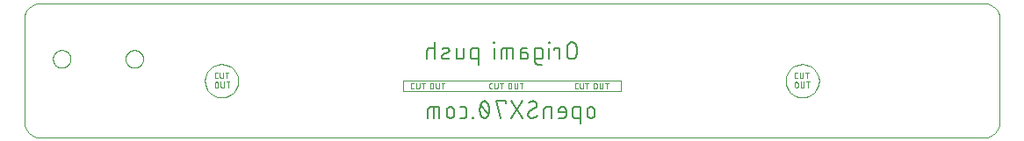
<source format=gbo>
G04 EAGLE Gerber RS-274X export*
G75*
%MOMM*%
%FSLAX34Y34*%
%LPD*%
%INSilk bottom*%
%IPPOS*%
%AMOC8*
5,1,8,0,0,1.08239X$1,22.5*%
G01*
%ADD10C,0.001000*%
%ADD11C,0.050800*%
%ADD12C,0.152400*%
%ADD13C,0.000000*%


D10*
X23631Y143928D02*
X933481Y143928D01*
X936509Y143620D01*
X939335Y142739D01*
X941895Y141345D01*
X944128Y139500D01*
X945973Y137267D01*
X947367Y134707D01*
X948248Y131881D01*
X948556Y128853D01*
X948556Y29003D01*
X948248Y25975D01*
X947367Y23149D01*
X945973Y20589D01*
X944128Y18356D01*
X941895Y16511D01*
X939335Y15117D01*
X936509Y14236D01*
X933481Y13928D01*
X23631Y13928D01*
X20603Y14236D01*
X17777Y15117D01*
X15217Y16511D01*
X12984Y18356D01*
X11139Y20589D01*
X9745Y23149D01*
X8864Y25975D01*
X8556Y29003D01*
X8556Y128853D01*
X8864Y131881D01*
X9745Y134707D01*
X11139Y137267D01*
X12984Y139500D01*
X15217Y141345D01*
X17777Y142739D01*
X20603Y143620D01*
X23631Y143928D01*
X758556Y84978D02*
X761791Y84652D01*
X764803Y83717D01*
X767530Y82237D01*
X769905Y80277D01*
X771865Y77902D01*
X773345Y75175D01*
X774280Y72163D01*
X774606Y68928D01*
X774280Y65693D01*
X773345Y62681D01*
X771865Y59954D01*
X769905Y57579D01*
X767530Y55619D01*
X764803Y54139D01*
X761791Y53204D01*
X758556Y52878D01*
X755321Y53204D01*
X752309Y54139D01*
X749582Y55619D01*
X747207Y57579D01*
X745247Y59954D01*
X743767Y62681D01*
X742832Y65693D01*
X742506Y68928D01*
X742832Y72163D01*
X743767Y75175D01*
X745247Y77902D01*
X747207Y80277D01*
X749582Y82237D01*
X752309Y83717D01*
X755321Y84652D01*
X758556Y84978D01*
X201791Y84652D02*
X198556Y84978D01*
X201791Y84652D02*
X204803Y83717D01*
X207530Y82237D01*
X209905Y80277D01*
X211865Y77902D01*
X213345Y75175D01*
X214280Y72163D01*
X214606Y68928D01*
X214280Y65693D01*
X213345Y62681D01*
X211865Y59954D01*
X209905Y57579D01*
X207530Y55619D01*
X204803Y54139D01*
X201791Y53204D01*
X198556Y52878D01*
X195321Y53204D01*
X192309Y54139D01*
X189582Y55619D01*
X187207Y57579D01*
X185247Y59954D01*
X183767Y62681D01*
X182832Y65693D01*
X182506Y68928D01*
X182832Y72163D01*
X183767Y75175D01*
X185247Y77902D01*
X187207Y80277D01*
X189582Y82237D01*
X192309Y83717D01*
X195321Y84652D01*
X198556Y84978D01*
X373556Y58928D02*
X583556Y58928D01*
X583556Y68928D01*
X373556Y68928D01*
X373556Y58928D01*
X755425Y84670D02*
X758556Y84978D01*
X755425Y84670D02*
X752414Y83756D01*
X749639Y82273D01*
X747207Y80277D01*
X745211Y77845D01*
X743728Y75070D01*
X742814Y72059D01*
X742506Y68928D01*
X742814Y65797D01*
X743728Y62786D01*
X745211Y60011D01*
X747207Y57579D01*
X749639Y55583D01*
X752414Y54100D01*
X755425Y53186D01*
X758556Y52878D01*
X761687Y53186D01*
X764698Y54100D01*
X767473Y55583D01*
X769905Y57579D01*
X771901Y60011D01*
X773384Y62786D01*
X774298Y65797D01*
X774606Y68928D01*
X774298Y72059D01*
X773384Y75070D01*
X771901Y77845D01*
X769905Y80277D01*
X767473Y82273D01*
X764698Y83756D01*
X761687Y84670D01*
X758556Y84978D01*
X198556Y84978D02*
X195425Y84670D01*
X192414Y83756D01*
X189639Y82273D01*
X187207Y80277D01*
X185211Y77845D01*
X183728Y75070D01*
X182814Y72059D01*
X182506Y68928D01*
X182814Y65797D01*
X183728Y62786D01*
X185211Y60011D01*
X187207Y57579D01*
X189639Y55583D01*
X192414Y54100D01*
X195425Y53186D01*
X198556Y52878D01*
X201687Y53186D01*
X204698Y54100D01*
X207473Y55583D01*
X209905Y57579D01*
X211901Y60011D01*
X213384Y62786D01*
X214298Y65797D01*
X214606Y68928D01*
X214298Y72059D01*
X213384Y75070D01*
X211901Y77845D01*
X209905Y80277D01*
X207473Y82273D01*
X204698Y83756D01*
X201687Y84670D01*
X198556Y84978D01*
D11*
X194738Y71398D02*
X193496Y71398D01*
X193426Y71400D01*
X193357Y71406D01*
X193288Y71416D01*
X193220Y71429D01*
X193152Y71447D01*
X193086Y71468D01*
X193021Y71493D01*
X192957Y71521D01*
X192895Y71553D01*
X192835Y71588D01*
X192777Y71627D01*
X192722Y71669D01*
X192668Y71714D01*
X192618Y71762D01*
X192570Y71812D01*
X192525Y71866D01*
X192483Y71921D01*
X192444Y71979D01*
X192409Y72039D01*
X192377Y72101D01*
X192349Y72165D01*
X192324Y72230D01*
X192303Y72296D01*
X192285Y72364D01*
X192272Y72432D01*
X192262Y72501D01*
X192256Y72570D01*
X192254Y72640D01*
X192254Y75744D01*
X192256Y75814D01*
X192262Y75883D01*
X192272Y75952D01*
X192285Y76020D01*
X192303Y76088D01*
X192324Y76154D01*
X192349Y76219D01*
X192377Y76283D01*
X192409Y76345D01*
X192444Y76405D01*
X192483Y76463D01*
X192525Y76518D01*
X192570Y76572D01*
X192618Y76622D01*
X192668Y76670D01*
X192722Y76715D01*
X192777Y76757D01*
X192835Y76796D01*
X192895Y76831D01*
X192957Y76863D01*
X193021Y76891D01*
X193086Y76916D01*
X193152Y76937D01*
X193220Y76955D01*
X193288Y76968D01*
X193357Y76978D01*
X193426Y76984D01*
X193496Y76986D01*
X194738Y76986D01*
X197025Y76986D02*
X197025Y72950D01*
X197027Y72873D01*
X197033Y72795D01*
X197042Y72719D01*
X197056Y72642D01*
X197073Y72567D01*
X197094Y72493D01*
X197119Y72419D01*
X197147Y72347D01*
X197179Y72277D01*
X197214Y72208D01*
X197253Y72141D01*
X197295Y72076D01*
X197340Y72013D01*
X197388Y71952D01*
X197439Y71894D01*
X197493Y71839D01*
X197550Y71786D01*
X197609Y71737D01*
X197671Y71690D01*
X197735Y71646D01*
X197801Y71606D01*
X197869Y71569D01*
X197939Y71535D01*
X198010Y71505D01*
X198083Y71479D01*
X198157Y71456D01*
X198232Y71437D01*
X198307Y71422D01*
X198384Y71410D01*
X198461Y71402D01*
X198538Y71398D01*
X198616Y71398D01*
X198693Y71402D01*
X198770Y71410D01*
X198847Y71422D01*
X198922Y71437D01*
X198997Y71456D01*
X199071Y71479D01*
X199144Y71505D01*
X199215Y71535D01*
X199285Y71569D01*
X199353Y71606D01*
X199419Y71646D01*
X199483Y71690D01*
X199545Y71737D01*
X199604Y71786D01*
X199661Y71839D01*
X199715Y71894D01*
X199766Y71952D01*
X199814Y72013D01*
X199859Y72076D01*
X199901Y72141D01*
X199940Y72208D01*
X199975Y72277D01*
X200007Y72347D01*
X200035Y72419D01*
X200060Y72493D01*
X200081Y72567D01*
X200098Y72642D01*
X200112Y72719D01*
X200121Y72795D01*
X200127Y72873D01*
X200129Y72950D01*
X200130Y72950D02*
X200130Y76986D01*
X203881Y76986D02*
X203881Y71398D01*
X202329Y76986D02*
X205433Y76986D01*
X192254Y66290D02*
X192254Y63806D01*
X192254Y66290D02*
X192256Y66367D01*
X192262Y66445D01*
X192271Y66521D01*
X192285Y66598D01*
X192302Y66673D01*
X192323Y66747D01*
X192348Y66821D01*
X192376Y66893D01*
X192408Y66963D01*
X192443Y67032D01*
X192482Y67099D01*
X192524Y67164D01*
X192569Y67227D01*
X192617Y67288D01*
X192668Y67346D01*
X192722Y67401D01*
X192779Y67454D01*
X192838Y67503D01*
X192900Y67550D01*
X192964Y67594D01*
X193030Y67634D01*
X193098Y67671D01*
X193168Y67705D01*
X193239Y67735D01*
X193312Y67761D01*
X193386Y67784D01*
X193461Y67803D01*
X193536Y67818D01*
X193613Y67830D01*
X193690Y67838D01*
X193767Y67842D01*
X193845Y67842D01*
X193922Y67838D01*
X193999Y67830D01*
X194076Y67818D01*
X194151Y67803D01*
X194226Y67784D01*
X194300Y67761D01*
X194373Y67735D01*
X194444Y67705D01*
X194514Y67671D01*
X194582Y67634D01*
X194648Y67594D01*
X194712Y67550D01*
X194774Y67503D01*
X194833Y67454D01*
X194890Y67401D01*
X194944Y67346D01*
X194995Y67288D01*
X195043Y67227D01*
X195088Y67164D01*
X195130Y67099D01*
X195169Y67032D01*
X195204Y66963D01*
X195236Y66893D01*
X195264Y66821D01*
X195289Y66747D01*
X195310Y66673D01*
X195327Y66598D01*
X195341Y66521D01*
X195350Y66445D01*
X195356Y66367D01*
X195358Y66290D01*
X195358Y63806D01*
X195356Y63729D01*
X195350Y63651D01*
X195341Y63575D01*
X195327Y63498D01*
X195310Y63423D01*
X195289Y63349D01*
X195264Y63275D01*
X195236Y63203D01*
X195204Y63133D01*
X195169Y63064D01*
X195130Y62997D01*
X195088Y62932D01*
X195043Y62869D01*
X194995Y62808D01*
X194944Y62750D01*
X194890Y62695D01*
X194833Y62642D01*
X194774Y62593D01*
X194712Y62546D01*
X194648Y62502D01*
X194582Y62462D01*
X194514Y62425D01*
X194444Y62391D01*
X194373Y62361D01*
X194300Y62335D01*
X194226Y62312D01*
X194151Y62293D01*
X194076Y62278D01*
X193999Y62266D01*
X193922Y62258D01*
X193845Y62254D01*
X193767Y62254D01*
X193690Y62258D01*
X193613Y62266D01*
X193536Y62278D01*
X193461Y62293D01*
X193386Y62312D01*
X193312Y62335D01*
X193239Y62361D01*
X193168Y62391D01*
X193098Y62425D01*
X193030Y62462D01*
X192964Y62502D01*
X192900Y62546D01*
X192838Y62593D01*
X192779Y62642D01*
X192722Y62695D01*
X192668Y62750D01*
X192617Y62808D01*
X192569Y62869D01*
X192524Y62932D01*
X192482Y62997D01*
X192443Y63064D01*
X192408Y63133D01*
X192376Y63203D01*
X192348Y63275D01*
X192323Y63349D01*
X192302Y63423D01*
X192285Y63498D01*
X192271Y63575D01*
X192262Y63651D01*
X192256Y63729D01*
X192254Y63806D01*
X197923Y63806D02*
X197923Y67842D01*
X197923Y63806D02*
X197925Y63729D01*
X197931Y63651D01*
X197940Y63575D01*
X197954Y63498D01*
X197971Y63423D01*
X197992Y63349D01*
X198017Y63275D01*
X198045Y63203D01*
X198077Y63133D01*
X198112Y63064D01*
X198151Y62997D01*
X198193Y62932D01*
X198238Y62869D01*
X198286Y62808D01*
X198337Y62750D01*
X198391Y62695D01*
X198448Y62642D01*
X198507Y62593D01*
X198569Y62546D01*
X198633Y62502D01*
X198699Y62462D01*
X198767Y62425D01*
X198837Y62391D01*
X198908Y62361D01*
X198981Y62335D01*
X199055Y62312D01*
X199130Y62293D01*
X199205Y62278D01*
X199282Y62266D01*
X199359Y62258D01*
X199436Y62254D01*
X199514Y62254D01*
X199591Y62258D01*
X199668Y62266D01*
X199745Y62278D01*
X199820Y62293D01*
X199895Y62312D01*
X199969Y62335D01*
X200042Y62361D01*
X200113Y62391D01*
X200183Y62425D01*
X200251Y62462D01*
X200317Y62502D01*
X200381Y62546D01*
X200443Y62593D01*
X200502Y62642D01*
X200559Y62695D01*
X200613Y62750D01*
X200664Y62808D01*
X200712Y62869D01*
X200757Y62932D01*
X200799Y62997D01*
X200838Y63064D01*
X200873Y63133D01*
X200905Y63203D01*
X200933Y63275D01*
X200958Y63349D01*
X200979Y63423D01*
X200996Y63498D01*
X201010Y63575D01*
X201019Y63651D01*
X201025Y63729D01*
X201027Y63806D01*
X201028Y63806D02*
X201028Y67842D01*
X204779Y67842D02*
X204779Y62254D01*
X203227Y67842D02*
X206331Y67842D01*
X752496Y71398D02*
X753738Y71398D01*
X752496Y71398D02*
X752426Y71400D01*
X752357Y71406D01*
X752288Y71416D01*
X752220Y71429D01*
X752152Y71447D01*
X752086Y71468D01*
X752021Y71493D01*
X751957Y71521D01*
X751895Y71553D01*
X751835Y71588D01*
X751777Y71627D01*
X751722Y71669D01*
X751668Y71714D01*
X751618Y71762D01*
X751570Y71812D01*
X751525Y71866D01*
X751483Y71921D01*
X751444Y71979D01*
X751409Y72039D01*
X751377Y72101D01*
X751349Y72165D01*
X751324Y72230D01*
X751303Y72296D01*
X751285Y72364D01*
X751272Y72432D01*
X751262Y72501D01*
X751256Y72570D01*
X751254Y72640D01*
X751254Y75744D01*
X751256Y75814D01*
X751262Y75883D01*
X751272Y75952D01*
X751285Y76020D01*
X751303Y76088D01*
X751324Y76154D01*
X751349Y76219D01*
X751377Y76283D01*
X751409Y76345D01*
X751444Y76405D01*
X751483Y76463D01*
X751525Y76518D01*
X751570Y76572D01*
X751618Y76622D01*
X751668Y76670D01*
X751722Y76715D01*
X751777Y76757D01*
X751835Y76796D01*
X751895Y76831D01*
X751957Y76863D01*
X752021Y76891D01*
X752086Y76916D01*
X752152Y76937D01*
X752220Y76955D01*
X752288Y76968D01*
X752357Y76978D01*
X752426Y76984D01*
X752496Y76986D01*
X753738Y76986D01*
X756025Y76986D02*
X756025Y72950D01*
X756027Y72873D01*
X756033Y72795D01*
X756042Y72719D01*
X756056Y72642D01*
X756073Y72567D01*
X756094Y72493D01*
X756119Y72419D01*
X756147Y72347D01*
X756179Y72277D01*
X756214Y72208D01*
X756253Y72141D01*
X756295Y72076D01*
X756340Y72013D01*
X756388Y71952D01*
X756439Y71894D01*
X756493Y71839D01*
X756550Y71786D01*
X756609Y71737D01*
X756671Y71690D01*
X756735Y71646D01*
X756801Y71606D01*
X756869Y71569D01*
X756939Y71535D01*
X757010Y71505D01*
X757083Y71479D01*
X757157Y71456D01*
X757232Y71437D01*
X757307Y71422D01*
X757384Y71410D01*
X757461Y71402D01*
X757538Y71398D01*
X757616Y71398D01*
X757693Y71402D01*
X757770Y71410D01*
X757847Y71422D01*
X757922Y71437D01*
X757997Y71456D01*
X758071Y71479D01*
X758144Y71505D01*
X758215Y71535D01*
X758285Y71569D01*
X758353Y71606D01*
X758419Y71646D01*
X758483Y71690D01*
X758545Y71737D01*
X758604Y71786D01*
X758661Y71839D01*
X758715Y71894D01*
X758766Y71952D01*
X758814Y72013D01*
X758859Y72076D01*
X758901Y72141D01*
X758940Y72208D01*
X758975Y72277D01*
X759007Y72347D01*
X759035Y72419D01*
X759060Y72493D01*
X759081Y72567D01*
X759098Y72642D01*
X759112Y72719D01*
X759121Y72795D01*
X759127Y72873D01*
X759129Y72950D01*
X759130Y72950D02*
X759130Y76986D01*
X762881Y76986D02*
X762881Y71398D01*
X761329Y76986D02*
X764433Y76986D01*
X751254Y66290D02*
X751254Y63806D01*
X751254Y66290D02*
X751256Y66367D01*
X751262Y66445D01*
X751271Y66521D01*
X751285Y66598D01*
X751302Y66673D01*
X751323Y66747D01*
X751348Y66821D01*
X751376Y66893D01*
X751408Y66963D01*
X751443Y67032D01*
X751482Y67099D01*
X751524Y67164D01*
X751569Y67227D01*
X751617Y67288D01*
X751668Y67346D01*
X751722Y67401D01*
X751779Y67454D01*
X751838Y67503D01*
X751900Y67550D01*
X751964Y67594D01*
X752030Y67634D01*
X752098Y67671D01*
X752168Y67705D01*
X752239Y67735D01*
X752312Y67761D01*
X752386Y67784D01*
X752461Y67803D01*
X752536Y67818D01*
X752613Y67830D01*
X752690Y67838D01*
X752767Y67842D01*
X752845Y67842D01*
X752922Y67838D01*
X752999Y67830D01*
X753076Y67818D01*
X753151Y67803D01*
X753226Y67784D01*
X753300Y67761D01*
X753373Y67735D01*
X753444Y67705D01*
X753514Y67671D01*
X753582Y67634D01*
X753648Y67594D01*
X753712Y67550D01*
X753774Y67503D01*
X753833Y67454D01*
X753890Y67401D01*
X753944Y67346D01*
X753995Y67288D01*
X754043Y67227D01*
X754088Y67164D01*
X754130Y67099D01*
X754169Y67032D01*
X754204Y66963D01*
X754236Y66893D01*
X754264Y66821D01*
X754289Y66747D01*
X754310Y66673D01*
X754327Y66598D01*
X754341Y66521D01*
X754350Y66445D01*
X754356Y66367D01*
X754358Y66290D01*
X754358Y63806D01*
X754356Y63729D01*
X754350Y63651D01*
X754341Y63575D01*
X754327Y63498D01*
X754310Y63423D01*
X754289Y63349D01*
X754264Y63275D01*
X754236Y63203D01*
X754204Y63133D01*
X754169Y63064D01*
X754130Y62997D01*
X754088Y62932D01*
X754043Y62869D01*
X753995Y62808D01*
X753944Y62750D01*
X753890Y62695D01*
X753833Y62642D01*
X753774Y62593D01*
X753712Y62546D01*
X753648Y62502D01*
X753582Y62462D01*
X753514Y62425D01*
X753444Y62391D01*
X753373Y62361D01*
X753300Y62335D01*
X753226Y62312D01*
X753151Y62293D01*
X753076Y62278D01*
X752999Y62266D01*
X752922Y62258D01*
X752845Y62254D01*
X752767Y62254D01*
X752690Y62258D01*
X752613Y62266D01*
X752536Y62278D01*
X752461Y62293D01*
X752386Y62312D01*
X752312Y62335D01*
X752239Y62361D01*
X752168Y62391D01*
X752098Y62425D01*
X752030Y62462D01*
X751964Y62502D01*
X751900Y62546D01*
X751838Y62593D01*
X751779Y62642D01*
X751722Y62695D01*
X751668Y62750D01*
X751617Y62808D01*
X751569Y62869D01*
X751524Y62932D01*
X751482Y62997D01*
X751443Y63064D01*
X751408Y63133D01*
X751376Y63203D01*
X751348Y63275D01*
X751323Y63349D01*
X751302Y63423D01*
X751285Y63498D01*
X751271Y63575D01*
X751262Y63651D01*
X751256Y63729D01*
X751254Y63806D01*
X756923Y63806D02*
X756923Y67842D01*
X756923Y63806D02*
X756925Y63729D01*
X756931Y63651D01*
X756940Y63575D01*
X756954Y63498D01*
X756971Y63423D01*
X756992Y63349D01*
X757017Y63275D01*
X757045Y63203D01*
X757077Y63133D01*
X757112Y63064D01*
X757151Y62997D01*
X757193Y62932D01*
X757238Y62869D01*
X757286Y62808D01*
X757337Y62750D01*
X757391Y62695D01*
X757448Y62642D01*
X757507Y62593D01*
X757569Y62546D01*
X757633Y62502D01*
X757699Y62462D01*
X757767Y62425D01*
X757837Y62391D01*
X757908Y62361D01*
X757981Y62335D01*
X758055Y62312D01*
X758130Y62293D01*
X758205Y62278D01*
X758282Y62266D01*
X758359Y62258D01*
X758436Y62254D01*
X758514Y62254D01*
X758591Y62258D01*
X758668Y62266D01*
X758745Y62278D01*
X758820Y62293D01*
X758895Y62312D01*
X758969Y62335D01*
X759042Y62361D01*
X759113Y62391D01*
X759183Y62425D01*
X759251Y62462D01*
X759317Y62502D01*
X759381Y62546D01*
X759443Y62593D01*
X759502Y62642D01*
X759559Y62695D01*
X759613Y62750D01*
X759664Y62808D01*
X759712Y62869D01*
X759757Y62932D01*
X759799Y62997D01*
X759838Y63064D01*
X759873Y63133D01*
X759905Y63203D01*
X759933Y63275D01*
X759958Y63349D01*
X759979Y63423D01*
X759996Y63498D01*
X760010Y63575D01*
X760019Y63651D01*
X760025Y63729D01*
X760027Y63806D01*
X760028Y63806D02*
X760028Y67842D01*
X763779Y67842D02*
X763779Y62254D01*
X762227Y67842D02*
X765331Y67842D01*
X383965Y61278D02*
X382724Y61278D01*
X382724Y61277D02*
X382654Y61279D01*
X382585Y61285D01*
X382516Y61295D01*
X382448Y61308D01*
X382380Y61326D01*
X382314Y61347D01*
X382249Y61372D01*
X382185Y61400D01*
X382123Y61432D01*
X382063Y61467D01*
X382005Y61506D01*
X381950Y61548D01*
X381896Y61593D01*
X381846Y61641D01*
X381798Y61691D01*
X381753Y61745D01*
X381711Y61800D01*
X381672Y61858D01*
X381637Y61918D01*
X381605Y61980D01*
X381577Y62044D01*
X381552Y62109D01*
X381531Y62175D01*
X381513Y62243D01*
X381500Y62311D01*
X381490Y62380D01*
X381484Y62449D01*
X381482Y62519D01*
X381482Y65624D01*
X381484Y65694D01*
X381490Y65763D01*
X381500Y65832D01*
X381513Y65900D01*
X381531Y65968D01*
X381552Y66034D01*
X381577Y66099D01*
X381605Y66163D01*
X381637Y66225D01*
X381672Y66285D01*
X381711Y66343D01*
X381753Y66398D01*
X381798Y66452D01*
X381846Y66502D01*
X381896Y66550D01*
X381950Y66595D01*
X382005Y66637D01*
X382063Y66676D01*
X382123Y66711D01*
X382185Y66743D01*
X382249Y66771D01*
X382314Y66796D01*
X382380Y66817D01*
X382448Y66835D01*
X382516Y66848D01*
X382585Y66858D01*
X382654Y66864D01*
X382724Y66866D01*
X383965Y66866D01*
X386253Y66866D02*
X386253Y62830D01*
X386255Y62753D01*
X386261Y62675D01*
X386270Y62599D01*
X386284Y62522D01*
X386301Y62447D01*
X386322Y62373D01*
X386347Y62299D01*
X386375Y62227D01*
X386407Y62157D01*
X386442Y62088D01*
X386481Y62021D01*
X386523Y61956D01*
X386568Y61893D01*
X386616Y61832D01*
X386667Y61774D01*
X386721Y61719D01*
X386778Y61666D01*
X386837Y61617D01*
X386899Y61570D01*
X386963Y61526D01*
X387029Y61486D01*
X387097Y61449D01*
X387167Y61415D01*
X387238Y61385D01*
X387311Y61359D01*
X387385Y61336D01*
X387460Y61317D01*
X387535Y61302D01*
X387612Y61290D01*
X387689Y61282D01*
X387766Y61278D01*
X387844Y61278D01*
X387921Y61282D01*
X387998Y61290D01*
X388075Y61302D01*
X388150Y61317D01*
X388225Y61336D01*
X388299Y61359D01*
X388372Y61385D01*
X388443Y61415D01*
X388513Y61449D01*
X388581Y61486D01*
X388647Y61526D01*
X388711Y61570D01*
X388773Y61617D01*
X388832Y61666D01*
X388889Y61719D01*
X388943Y61774D01*
X388994Y61832D01*
X389042Y61893D01*
X389087Y61956D01*
X389129Y62021D01*
X389168Y62088D01*
X389203Y62157D01*
X389235Y62227D01*
X389263Y62299D01*
X389288Y62373D01*
X389309Y62447D01*
X389326Y62522D01*
X389340Y62599D01*
X389349Y62675D01*
X389355Y62753D01*
X389357Y62830D01*
X389357Y66866D01*
X393109Y66866D02*
X393109Y61278D01*
X391556Y66866D02*
X394661Y66866D01*
X399603Y65313D02*
X399603Y62830D01*
X399603Y65313D02*
X399605Y65390D01*
X399611Y65468D01*
X399620Y65544D01*
X399634Y65621D01*
X399651Y65696D01*
X399672Y65770D01*
X399697Y65844D01*
X399725Y65916D01*
X399757Y65986D01*
X399792Y66055D01*
X399831Y66122D01*
X399873Y66187D01*
X399918Y66250D01*
X399966Y66311D01*
X400017Y66369D01*
X400071Y66424D01*
X400128Y66477D01*
X400187Y66526D01*
X400249Y66573D01*
X400313Y66617D01*
X400379Y66657D01*
X400447Y66694D01*
X400517Y66728D01*
X400588Y66758D01*
X400661Y66784D01*
X400735Y66807D01*
X400810Y66826D01*
X400885Y66841D01*
X400962Y66853D01*
X401039Y66861D01*
X401116Y66865D01*
X401194Y66865D01*
X401271Y66861D01*
X401348Y66853D01*
X401425Y66841D01*
X401500Y66826D01*
X401575Y66807D01*
X401649Y66784D01*
X401722Y66758D01*
X401793Y66728D01*
X401863Y66694D01*
X401931Y66657D01*
X401997Y66617D01*
X402061Y66573D01*
X402123Y66526D01*
X402182Y66477D01*
X402239Y66424D01*
X402293Y66369D01*
X402344Y66311D01*
X402392Y66250D01*
X402437Y66187D01*
X402479Y66122D01*
X402518Y66055D01*
X402553Y65986D01*
X402585Y65916D01*
X402613Y65844D01*
X402638Y65770D01*
X402659Y65696D01*
X402676Y65621D01*
X402690Y65544D01*
X402699Y65468D01*
X402705Y65390D01*
X402707Y65313D01*
X402707Y62830D01*
X402705Y62753D01*
X402699Y62675D01*
X402690Y62599D01*
X402676Y62522D01*
X402659Y62447D01*
X402638Y62373D01*
X402613Y62299D01*
X402585Y62227D01*
X402553Y62157D01*
X402518Y62088D01*
X402479Y62021D01*
X402437Y61956D01*
X402392Y61893D01*
X402344Y61832D01*
X402293Y61774D01*
X402239Y61719D01*
X402182Y61666D01*
X402123Y61617D01*
X402061Y61570D01*
X401997Y61526D01*
X401931Y61486D01*
X401863Y61449D01*
X401793Y61415D01*
X401722Y61385D01*
X401649Y61359D01*
X401575Y61336D01*
X401500Y61317D01*
X401425Y61302D01*
X401348Y61290D01*
X401271Y61282D01*
X401194Y61278D01*
X401116Y61278D01*
X401039Y61282D01*
X400962Y61290D01*
X400885Y61302D01*
X400810Y61317D01*
X400735Y61336D01*
X400661Y61359D01*
X400588Y61385D01*
X400517Y61415D01*
X400447Y61449D01*
X400379Y61486D01*
X400313Y61526D01*
X400249Y61570D01*
X400187Y61617D01*
X400128Y61666D01*
X400071Y61719D01*
X400017Y61774D01*
X399966Y61832D01*
X399918Y61893D01*
X399873Y61956D01*
X399831Y62021D01*
X399792Y62088D01*
X399757Y62157D01*
X399725Y62227D01*
X399697Y62299D01*
X399672Y62373D01*
X399651Y62447D01*
X399634Y62522D01*
X399620Y62599D01*
X399611Y62675D01*
X399605Y62753D01*
X399603Y62830D01*
X405272Y62830D02*
X405272Y66866D01*
X405273Y62830D02*
X405275Y62753D01*
X405281Y62675D01*
X405290Y62599D01*
X405304Y62522D01*
X405321Y62447D01*
X405342Y62373D01*
X405367Y62299D01*
X405395Y62227D01*
X405427Y62157D01*
X405462Y62088D01*
X405501Y62021D01*
X405543Y61956D01*
X405588Y61893D01*
X405636Y61832D01*
X405687Y61774D01*
X405741Y61719D01*
X405798Y61666D01*
X405857Y61617D01*
X405919Y61570D01*
X405983Y61526D01*
X406049Y61486D01*
X406117Y61449D01*
X406187Y61415D01*
X406258Y61385D01*
X406331Y61359D01*
X406405Y61336D01*
X406480Y61317D01*
X406555Y61302D01*
X406632Y61290D01*
X406709Y61282D01*
X406786Y61278D01*
X406864Y61278D01*
X406941Y61282D01*
X407018Y61290D01*
X407095Y61302D01*
X407170Y61317D01*
X407245Y61336D01*
X407319Y61359D01*
X407392Y61385D01*
X407463Y61415D01*
X407533Y61449D01*
X407601Y61486D01*
X407667Y61526D01*
X407731Y61570D01*
X407793Y61617D01*
X407852Y61666D01*
X407909Y61719D01*
X407963Y61774D01*
X408014Y61832D01*
X408062Y61893D01*
X408107Y61956D01*
X408149Y62021D01*
X408188Y62088D01*
X408223Y62157D01*
X408255Y62227D01*
X408283Y62299D01*
X408308Y62373D01*
X408329Y62447D01*
X408346Y62522D01*
X408360Y62599D01*
X408369Y62675D01*
X408375Y62753D01*
X408377Y62830D01*
X408377Y66866D01*
X412128Y66866D02*
X412128Y61278D01*
X410576Y66866D02*
X413680Y66866D01*
X540496Y61254D02*
X541738Y61254D01*
X540496Y61254D02*
X540426Y61256D01*
X540357Y61262D01*
X540288Y61272D01*
X540220Y61285D01*
X540152Y61303D01*
X540086Y61324D01*
X540021Y61349D01*
X539957Y61377D01*
X539895Y61409D01*
X539835Y61444D01*
X539777Y61483D01*
X539722Y61525D01*
X539668Y61570D01*
X539618Y61618D01*
X539570Y61668D01*
X539525Y61722D01*
X539483Y61777D01*
X539444Y61835D01*
X539409Y61895D01*
X539377Y61957D01*
X539349Y62021D01*
X539324Y62086D01*
X539303Y62152D01*
X539285Y62220D01*
X539272Y62288D01*
X539262Y62357D01*
X539256Y62426D01*
X539254Y62496D01*
X539254Y65600D01*
X539256Y65670D01*
X539262Y65739D01*
X539272Y65808D01*
X539285Y65876D01*
X539303Y65944D01*
X539324Y66010D01*
X539349Y66075D01*
X539377Y66139D01*
X539409Y66201D01*
X539444Y66261D01*
X539483Y66319D01*
X539525Y66374D01*
X539570Y66428D01*
X539618Y66478D01*
X539668Y66526D01*
X539722Y66571D01*
X539777Y66613D01*
X539835Y66652D01*
X539895Y66687D01*
X539957Y66719D01*
X540021Y66747D01*
X540086Y66772D01*
X540152Y66793D01*
X540220Y66811D01*
X540288Y66824D01*
X540357Y66834D01*
X540426Y66840D01*
X540496Y66842D01*
X541738Y66842D01*
X544025Y66842D02*
X544025Y62806D01*
X544027Y62729D01*
X544033Y62651D01*
X544042Y62575D01*
X544056Y62498D01*
X544073Y62423D01*
X544094Y62349D01*
X544119Y62275D01*
X544147Y62203D01*
X544179Y62133D01*
X544214Y62064D01*
X544253Y61997D01*
X544295Y61932D01*
X544340Y61869D01*
X544388Y61808D01*
X544439Y61750D01*
X544493Y61695D01*
X544550Y61642D01*
X544609Y61593D01*
X544671Y61546D01*
X544735Y61502D01*
X544801Y61462D01*
X544869Y61425D01*
X544939Y61391D01*
X545010Y61361D01*
X545083Y61335D01*
X545157Y61312D01*
X545232Y61293D01*
X545307Y61278D01*
X545384Y61266D01*
X545461Y61258D01*
X545538Y61254D01*
X545616Y61254D01*
X545693Y61258D01*
X545770Y61266D01*
X545847Y61278D01*
X545922Y61293D01*
X545997Y61312D01*
X546071Y61335D01*
X546144Y61361D01*
X546215Y61391D01*
X546285Y61425D01*
X546353Y61462D01*
X546419Y61502D01*
X546483Y61546D01*
X546545Y61593D01*
X546604Y61642D01*
X546661Y61695D01*
X546715Y61750D01*
X546766Y61808D01*
X546814Y61869D01*
X546859Y61932D01*
X546901Y61997D01*
X546940Y62064D01*
X546975Y62133D01*
X547007Y62203D01*
X547035Y62275D01*
X547060Y62349D01*
X547081Y62423D01*
X547098Y62498D01*
X547112Y62575D01*
X547121Y62651D01*
X547127Y62729D01*
X547129Y62806D01*
X547130Y62806D02*
X547130Y66842D01*
X550881Y66842D02*
X550881Y61254D01*
X549329Y66842D02*
X552433Y66842D01*
X557375Y65290D02*
X557375Y62806D01*
X557375Y65290D02*
X557377Y65367D01*
X557383Y65445D01*
X557392Y65521D01*
X557406Y65598D01*
X557423Y65673D01*
X557444Y65747D01*
X557469Y65821D01*
X557497Y65893D01*
X557529Y65963D01*
X557564Y66032D01*
X557603Y66099D01*
X557645Y66164D01*
X557690Y66227D01*
X557738Y66288D01*
X557789Y66346D01*
X557843Y66401D01*
X557900Y66454D01*
X557959Y66503D01*
X558021Y66550D01*
X558085Y66594D01*
X558151Y66634D01*
X558219Y66671D01*
X558289Y66705D01*
X558360Y66735D01*
X558433Y66761D01*
X558507Y66784D01*
X558582Y66803D01*
X558657Y66818D01*
X558734Y66830D01*
X558811Y66838D01*
X558888Y66842D01*
X558966Y66842D01*
X559043Y66838D01*
X559120Y66830D01*
X559197Y66818D01*
X559272Y66803D01*
X559347Y66784D01*
X559421Y66761D01*
X559494Y66735D01*
X559565Y66705D01*
X559635Y66671D01*
X559703Y66634D01*
X559769Y66594D01*
X559833Y66550D01*
X559895Y66503D01*
X559954Y66454D01*
X560011Y66401D01*
X560065Y66346D01*
X560116Y66288D01*
X560164Y66227D01*
X560209Y66164D01*
X560251Y66099D01*
X560290Y66032D01*
X560325Y65963D01*
X560357Y65893D01*
X560385Y65821D01*
X560410Y65747D01*
X560431Y65673D01*
X560448Y65598D01*
X560462Y65521D01*
X560471Y65445D01*
X560477Y65367D01*
X560479Y65290D01*
X560480Y65290D02*
X560480Y62806D01*
X560479Y62806D02*
X560477Y62729D01*
X560471Y62651D01*
X560462Y62575D01*
X560448Y62498D01*
X560431Y62423D01*
X560410Y62349D01*
X560385Y62275D01*
X560357Y62203D01*
X560325Y62133D01*
X560290Y62064D01*
X560251Y61997D01*
X560209Y61932D01*
X560164Y61869D01*
X560116Y61808D01*
X560065Y61750D01*
X560011Y61695D01*
X559954Y61642D01*
X559895Y61593D01*
X559833Y61546D01*
X559769Y61502D01*
X559703Y61462D01*
X559635Y61425D01*
X559565Y61391D01*
X559494Y61361D01*
X559421Y61335D01*
X559347Y61312D01*
X559272Y61293D01*
X559197Y61278D01*
X559120Y61266D01*
X559043Y61258D01*
X558966Y61254D01*
X558888Y61254D01*
X558811Y61258D01*
X558734Y61266D01*
X558657Y61278D01*
X558582Y61293D01*
X558507Y61312D01*
X558433Y61335D01*
X558360Y61361D01*
X558289Y61391D01*
X558219Y61425D01*
X558151Y61462D01*
X558085Y61502D01*
X558021Y61546D01*
X557959Y61593D01*
X557900Y61642D01*
X557843Y61695D01*
X557789Y61750D01*
X557738Y61808D01*
X557690Y61869D01*
X557645Y61932D01*
X557603Y61997D01*
X557564Y62064D01*
X557529Y62133D01*
X557497Y62203D01*
X557469Y62275D01*
X557444Y62349D01*
X557423Y62423D01*
X557406Y62498D01*
X557392Y62575D01*
X557383Y62651D01*
X557377Y62729D01*
X557375Y62806D01*
X563045Y62806D02*
X563045Y66842D01*
X563045Y62806D02*
X563047Y62729D01*
X563053Y62651D01*
X563062Y62575D01*
X563076Y62498D01*
X563093Y62423D01*
X563114Y62349D01*
X563139Y62275D01*
X563167Y62203D01*
X563199Y62133D01*
X563234Y62064D01*
X563273Y61997D01*
X563315Y61932D01*
X563360Y61869D01*
X563408Y61808D01*
X563459Y61750D01*
X563513Y61695D01*
X563570Y61642D01*
X563629Y61593D01*
X563691Y61546D01*
X563755Y61502D01*
X563821Y61462D01*
X563889Y61425D01*
X563959Y61391D01*
X564030Y61361D01*
X564103Y61335D01*
X564177Y61312D01*
X564252Y61293D01*
X564327Y61278D01*
X564404Y61266D01*
X564481Y61258D01*
X564558Y61254D01*
X564636Y61254D01*
X564713Y61258D01*
X564790Y61266D01*
X564867Y61278D01*
X564942Y61293D01*
X565017Y61312D01*
X565091Y61335D01*
X565164Y61361D01*
X565235Y61391D01*
X565305Y61425D01*
X565373Y61462D01*
X565439Y61502D01*
X565503Y61546D01*
X565565Y61593D01*
X565624Y61642D01*
X565681Y61695D01*
X565735Y61750D01*
X565786Y61808D01*
X565834Y61869D01*
X565879Y61932D01*
X565921Y61997D01*
X565960Y62064D01*
X565995Y62133D01*
X566027Y62203D01*
X566055Y62275D01*
X566080Y62349D01*
X566101Y62423D01*
X566118Y62498D01*
X566132Y62575D01*
X566141Y62651D01*
X566147Y62729D01*
X566149Y62806D01*
X566149Y66842D01*
X569900Y66842D02*
X569900Y61254D01*
X568348Y66842D02*
X571452Y66842D01*
X459463Y61142D02*
X458221Y61142D01*
X458151Y61144D01*
X458082Y61150D01*
X458013Y61160D01*
X457945Y61173D01*
X457877Y61191D01*
X457811Y61212D01*
X457746Y61237D01*
X457682Y61265D01*
X457620Y61297D01*
X457560Y61332D01*
X457502Y61371D01*
X457447Y61413D01*
X457393Y61458D01*
X457343Y61506D01*
X457295Y61556D01*
X457250Y61610D01*
X457208Y61665D01*
X457169Y61723D01*
X457134Y61783D01*
X457102Y61845D01*
X457074Y61909D01*
X457049Y61974D01*
X457028Y62040D01*
X457010Y62108D01*
X456997Y62176D01*
X456987Y62245D01*
X456981Y62314D01*
X456979Y62384D01*
X456979Y65488D01*
X456981Y65558D01*
X456987Y65627D01*
X456997Y65696D01*
X457010Y65764D01*
X457028Y65832D01*
X457049Y65898D01*
X457074Y65963D01*
X457102Y66027D01*
X457134Y66089D01*
X457169Y66149D01*
X457208Y66207D01*
X457250Y66262D01*
X457295Y66316D01*
X457343Y66366D01*
X457393Y66414D01*
X457447Y66459D01*
X457502Y66501D01*
X457560Y66540D01*
X457620Y66575D01*
X457682Y66607D01*
X457746Y66635D01*
X457811Y66660D01*
X457877Y66681D01*
X457945Y66699D01*
X458013Y66712D01*
X458082Y66722D01*
X458151Y66728D01*
X458221Y66730D01*
X459463Y66730D01*
X461750Y66730D02*
X461750Y62694D01*
X461751Y62694D02*
X461753Y62617D01*
X461759Y62539D01*
X461768Y62463D01*
X461782Y62386D01*
X461799Y62311D01*
X461820Y62237D01*
X461845Y62163D01*
X461873Y62091D01*
X461905Y62021D01*
X461940Y61952D01*
X461979Y61885D01*
X462021Y61820D01*
X462066Y61757D01*
X462114Y61696D01*
X462165Y61638D01*
X462219Y61583D01*
X462276Y61530D01*
X462335Y61481D01*
X462397Y61434D01*
X462461Y61390D01*
X462527Y61350D01*
X462595Y61313D01*
X462665Y61279D01*
X462736Y61249D01*
X462809Y61223D01*
X462883Y61200D01*
X462958Y61181D01*
X463033Y61166D01*
X463110Y61154D01*
X463187Y61146D01*
X463264Y61142D01*
X463342Y61142D01*
X463419Y61146D01*
X463496Y61154D01*
X463573Y61166D01*
X463648Y61181D01*
X463723Y61200D01*
X463797Y61223D01*
X463870Y61249D01*
X463941Y61279D01*
X464011Y61313D01*
X464079Y61350D01*
X464145Y61390D01*
X464209Y61434D01*
X464271Y61481D01*
X464330Y61530D01*
X464387Y61583D01*
X464441Y61638D01*
X464492Y61696D01*
X464540Y61757D01*
X464585Y61820D01*
X464627Y61885D01*
X464666Y61952D01*
X464701Y62021D01*
X464733Y62091D01*
X464761Y62163D01*
X464786Y62237D01*
X464807Y62311D01*
X464824Y62386D01*
X464838Y62463D01*
X464847Y62539D01*
X464853Y62617D01*
X464855Y62694D01*
X464855Y66730D01*
X468606Y66730D02*
X468606Y61142D01*
X467054Y66730D02*
X470158Y66730D01*
X475100Y65178D02*
X475100Y62694D01*
X475101Y65178D02*
X475103Y65255D01*
X475109Y65333D01*
X475118Y65409D01*
X475132Y65486D01*
X475149Y65561D01*
X475170Y65635D01*
X475195Y65709D01*
X475223Y65781D01*
X475255Y65851D01*
X475290Y65920D01*
X475329Y65987D01*
X475371Y66052D01*
X475416Y66115D01*
X475464Y66176D01*
X475515Y66234D01*
X475569Y66289D01*
X475626Y66342D01*
X475685Y66391D01*
X475747Y66438D01*
X475811Y66482D01*
X475877Y66522D01*
X475945Y66559D01*
X476015Y66593D01*
X476086Y66623D01*
X476159Y66649D01*
X476233Y66672D01*
X476308Y66691D01*
X476383Y66706D01*
X476460Y66718D01*
X476537Y66726D01*
X476614Y66730D01*
X476692Y66730D01*
X476769Y66726D01*
X476846Y66718D01*
X476923Y66706D01*
X476998Y66691D01*
X477073Y66672D01*
X477147Y66649D01*
X477220Y66623D01*
X477291Y66593D01*
X477361Y66559D01*
X477429Y66522D01*
X477495Y66482D01*
X477559Y66438D01*
X477621Y66391D01*
X477680Y66342D01*
X477737Y66289D01*
X477791Y66234D01*
X477842Y66176D01*
X477890Y66115D01*
X477935Y66052D01*
X477977Y65987D01*
X478016Y65920D01*
X478051Y65851D01*
X478083Y65781D01*
X478111Y65709D01*
X478136Y65635D01*
X478157Y65561D01*
X478174Y65486D01*
X478188Y65409D01*
X478197Y65333D01*
X478203Y65255D01*
X478205Y65178D01*
X478205Y62694D01*
X478203Y62617D01*
X478197Y62539D01*
X478188Y62463D01*
X478174Y62386D01*
X478157Y62311D01*
X478136Y62237D01*
X478111Y62163D01*
X478083Y62091D01*
X478051Y62021D01*
X478016Y61952D01*
X477977Y61885D01*
X477935Y61820D01*
X477890Y61757D01*
X477842Y61696D01*
X477791Y61638D01*
X477737Y61583D01*
X477680Y61530D01*
X477621Y61481D01*
X477559Y61434D01*
X477495Y61390D01*
X477429Y61350D01*
X477361Y61313D01*
X477291Y61279D01*
X477220Y61249D01*
X477147Y61223D01*
X477073Y61200D01*
X476998Y61181D01*
X476923Y61166D01*
X476846Y61154D01*
X476769Y61146D01*
X476692Y61142D01*
X476614Y61142D01*
X476537Y61146D01*
X476460Y61154D01*
X476383Y61166D01*
X476308Y61181D01*
X476233Y61200D01*
X476159Y61223D01*
X476086Y61249D01*
X476015Y61279D01*
X475945Y61313D01*
X475877Y61350D01*
X475811Y61390D01*
X475747Y61434D01*
X475685Y61481D01*
X475626Y61530D01*
X475569Y61583D01*
X475515Y61638D01*
X475464Y61696D01*
X475416Y61757D01*
X475371Y61820D01*
X475329Y61885D01*
X475290Y61952D01*
X475255Y62021D01*
X475223Y62091D01*
X475195Y62163D01*
X475170Y62237D01*
X475149Y62311D01*
X475132Y62386D01*
X475118Y62463D01*
X475109Y62539D01*
X475103Y62617D01*
X475101Y62694D01*
X480770Y62694D02*
X480770Y66730D01*
X480770Y62694D02*
X480772Y62617D01*
X480778Y62539D01*
X480787Y62463D01*
X480801Y62386D01*
X480818Y62311D01*
X480839Y62237D01*
X480864Y62163D01*
X480892Y62091D01*
X480924Y62021D01*
X480959Y61952D01*
X480998Y61885D01*
X481040Y61820D01*
X481085Y61757D01*
X481133Y61696D01*
X481184Y61638D01*
X481238Y61583D01*
X481295Y61530D01*
X481354Y61481D01*
X481416Y61434D01*
X481480Y61390D01*
X481546Y61350D01*
X481614Y61313D01*
X481684Y61279D01*
X481755Y61249D01*
X481828Y61223D01*
X481902Y61200D01*
X481977Y61181D01*
X482052Y61166D01*
X482129Y61154D01*
X482206Y61146D01*
X482283Y61142D01*
X482361Y61142D01*
X482438Y61146D01*
X482515Y61154D01*
X482592Y61166D01*
X482667Y61181D01*
X482742Y61200D01*
X482816Y61223D01*
X482889Y61249D01*
X482960Y61279D01*
X483030Y61313D01*
X483098Y61350D01*
X483164Y61390D01*
X483228Y61434D01*
X483290Y61481D01*
X483349Y61530D01*
X483406Y61583D01*
X483460Y61638D01*
X483511Y61696D01*
X483559Y61757D01*
X483604Y61820D01*
X483646Y61885D01*
X483685Y61952D01*
X483720Y62021D01*
X483752Y62091D01*
X483780Y62163D01*
X483805Y62237D01*
X483826Y62311D01*
X483843Y62386D01*
X483857Y62463D01*
X483866Y62539D01*
X483872Y62617D01*
X483874Y62694D01*
X483874Y66730D01*
X487625Y66730D02*
X487625Y61142D01*
X486073Y66730D02*
X489178Y66730D01*
D12*
X558416Y40207D02*
X558416Y36594D01*
X558416Y40207D02*
X558414Y40326D01*
X558408Y40446D01*
X558398Y40565D01*
X558384Y40683D01*
X558367Y40802D01*
X558345Y40919D01*
X558320Y41036D01*
X558290Y41151D01*
X558257Y41266D01*
X558220Y41380D01*
X558180Y41492D01*
X558135Y41603D01*
X558087Y41712D01*
X558036Y41820D01*
X557981Y41926D01*
X557922Y42030D01*
X557860Y42132D01*
X557795Y42232D01*
X557726Y42330D01*
X557654Y42426D01*
X557579Y42519D01*
X557502Y42609D01*
X557421Y42697D01*
X557337Y42782D01*
X557250Y42864D01*
X557161Y42944D01*
X557069Y43020D01*
X556975Y43094D01*
X556878Y43164D01*
X556780Y43231D01*
X556679Y43295D01*
X556575Y43355D01*
X556470Y43412D01*
X556363Y43465D01*
X556255Y43515D01*
X556145Y43561D01*
X556033Y43603D01*
X555920Y43642D01*
X555806Y43677D01*
X555691Y43708D01*
X555574Y43736D01*
X555457Y43759D01*
X555340Y43779D01*
X555221Y43795D01*
X555102Y43807D01*
X554983Y43815D01*
X554864Y43819D01*
X554744Y43819D01*
X554625Y43815D01*
X554506Y43807D01*
X554387Y43795D01*
X554268Y43779D01*
X554151Y43759D01*
X554034Y43736D01*
X553917Y43708D01*
X553802Y43677D01*
X553688Y43642D01*
X553575Y43603D01*
X553463Y43561D01*
X553353Y43515D01*
X553245Y43465D01*
X553138Y43412D01*
X553033Y43355D01*
X552929Y43295D01*
X552828Y43231D01*
X552730Y43164D01*
X552633Y43094D01*
X552539Y43020D01*
X552447Y42944D01*
X552358Y42864D01*
X552271Y42782D01*
X552187Y42697D01*
X552106Y42609D01*
X552029Y42519D01*
X551954Y42426D01*
X551882Y42330D01*
X551813Y42232D01*
X551748Y42132D01*
X551686Y42030D01*
X551627Y41926D01*
X551572Y41820D01*
X551521Y41712D01*
X551473Y41603D01*
X551428Y41492D01*
X551388Y41380D01*
X551351Y41266D01*
X551318Y41151D01*
X551288Y41036D01*
X551263Y40919D01*
X551241Y40802D01*
X551224Y40683D01*
X551210Y40565D01*
X551200Y40446D01*
X551194Y40326D01*
X551192Y40207D01*
X551191Y40207D02*
X551191Y36594D01*
X551192Y36594D02*
X551194Y36475D01*
X551200Y36355D01*
X551210Y36236D01*
X551224Y36118D01*
X551241Y35999D01*
X551263Y35882D01*
X551288Y35765D01*
X551318Y35650D01*
X551351Y35535D01*
X551388Y35421D01*
X551428Y35309D01*
X551473Y35198D01*
X551521Y35089D01*
X551572Y34981D01*
X551627Y34875D01*
X551686Y34771D01*
X551748Y34669D01*
X551813Y34569D01*
X551882Y34471D01*
X551954Y34375D01*
X552029Y34282D01*
X552106Y34192D01*
X552187Y34104D01*
X552271Y34019D01*
X552358Y33937D01*
X552447Y33857D01*
X552539Y33781D01*
X552633Y33707D01*
X552730Y33637D01*
X552828Y33570D01*
X552929Y33506D01*
X553033Y33446D01*
X553138Y33389D01*
X553245Y33336D01*
X553353Y33286D01*
X553463Y33240D01*
X553575Y33198D01*
X553688Y33159D01*
X553802Y33124D01*
X553917Y33093D01*
X554034Y33065D01*
X554151Y33042D01*
X554268Y33022D01*
X554387Y33006D01*
X554506Y32994D01*
X554625Y32986D01*
X554744Y32982D01*
X554864Y32982D01*
X554983Y32986D01*
X555102Y32994D01*
X555221Y33006D01*
X555340Y33022D01*
X555457Y33042D01*
X555574Y33065D01*
X555691Y33093D01*
X555806Y33124D01*
X555920Y33159D01*
X556033Y33198D01*
X556145Y33240D01*
X556255Y33286D01*
X556363Y33336D01*
X556470Y33389D01*
X556575Y33446D01*
X556679Y33506D01*
X556780Y33570D01*
X556878Y33637D01*
X556975Y33707D01*
X557069Y33781D01*
X557161Y33857D01*
X557250Y33937D01*
X557337Y34019D01*
X557421Y34104D01*
X557502Y34192D01*
X557579Y34282D01*
X557654Y34375D01*
X557726Y34471D01*
X557795Y34569D01*
X557860Y34669D01*
X557922Y34771D01*
X557981Y34875D01*
X558036Y34981D01*
X558087Y35089D01*
X558135Y35198D01*
X558180Y35309D01*
X558220Y35421D01*
X558257Y35535D01*
X558290Y35650D01*
X558320Y35765D01*
X558345Y35882D01*
X558367Y35999D01*
X558384Y36118D01*
X558398Y36236D01*
X558408Y36355D01*
X558414Y36475D01*
X558416Y36594D01*
X544275Y43819D02*
X544275Y27563D01*
X544275Y43819D02*
X539759Y43819D01*
X539655Y43817D01*
X539552Y43811D01*
X539448Y43801D01*
X539345Y43787D01*
X539243Y43769D01*
X539142Y43748D01*
X539041Y43722D01*
X538942Y43693D01*
X538843Y43660D01*
X538746Y43623D01*
X538651Y43582D01*
X538557Y43538D01*
X538465Y43490D01*
X538375Y43439D01*
X538286Y43384D01*
X538200Y43326D01*
X538117Y43264D01*
X538035Y43200D01*
X537957Y43132D01*
X537881Y43062D01*
X537807Y42989D01*
X537737Y42912D01*
X537669Y42834D01*
X537605Y42752D01*
X537543Y42669D01*
X537485Y42583D01*
X537430Y42494D01*
X537379Y42404D01*
X537331Y42312D01*
X537287Y42218D01*
X537246Y42123D01*
X537209Y42026D01*
X537176Y41927D01*
X537147Y41828D01*
X537121Y41727D01*
X537100Y41626D01*
X537082Y41524D01*
X537068Y41421D01*
X537058Y41317D01*
X537052Y41214D01*
X537050Y41110D01*
X537050Y35691D01*
X537052Y35590D01*
X537058Y35489D01*
X537067Y35388D01*
X537080Y35287D01*
X537097Y35187D01*
X537118Y35088D01*
X537142Y34990D01*
X537170Y34893D01*
X537202Y34796D01*
X537237Y34701D01*
X537276Y34608D01*
X537318Y34516D01*
X537364Y34425D01*
X537413Y34336D01*
X537465Y34250D01*
X537521Y34165D01*
X537579Y34082D01*
X537641Y34002D01*
X537706Y33924D01*
X537773Y33848D01*
X537843Y33775D01*
X537916Y33705D01*
X537992Y33638D01*
X538070Y33573D01*
X538150Y33511D01*
X538233Y33453D01*
X538318Y33397D01*
X538405Y33345D01*
X538493Y33296D01*
X538584Y33250D01*
X538676Y33208D01*
X538769Y33169D01*
X538864Y33134D01*
X538961Y33102D01*
X539058Y33074D01*
X539156Y33050D01*
X539255Y33029D01*
X539355Y33012D01*
X539456Y32999D01*
X539557Y32990D01*
X539658Y32984D01*
X539759Y32982D01*
X544275Y32982D01*
X528092Y32982D02*
X523576Y32982D01*
X528092Y32982D02*
X528193Y32984D01*
X528294Y32990D01*
X528395Y32999D01*
X528496Y33012D01*
X528596Y33029D01*
X528695Y33050D01*
X528793Y33074D01*
X528890Y33102D01*
X528987Y33134D01*
X529082Y33169D01*
X529175Y33208D01*
X529267Y33250D01*
X529358Y33296D01*
X529447Y33345D01*
X529533Y33397D01*
X529618Y33453D01*
X529701Y33511D01*
X529781Y33573D01*
X529859Y33638D01*
X529935Y33705D01*
X530008Y33775D01*
X530078Y33848D01*
X530145Y33924D01*
X530210Y34002D01*
X530272Y34082D01*
X530330Y34165D01*
X530386Y34250D01*
X530438Y34336D01*
X530487Y34425D01*
X530533Y34516D01*
X530575Y34608D01*
X530614Y34701D01*
X530649Y34796D01*
X530681Y34893D01*
X530709Y34990D01*
X530733Y35088D01*
X530754Y35187D01*
X530771Y35287D01*
X530784Y35388D01*
X530793Y35489D01*
X530799Y35590D01*
X530801Y35691D01*
X530801Y40207D01*
X530800Y40207D02*
X530798Y40326D01*
X530792Y40446D01*
X530782Y40565D01*
X530768Y40683D01*
X530751Y40802D01*
X530729Y40919D01*
X530704Y41036D01*
X530674Y41151D01*
X530641Y41266D01*
X530604Y41380D01*
X530564Y41492D01*
X530519Y41603D01*
X530471Y41712D01*
X530420Y41820D01*
X530365Y41926D01*
X530306Y42030D01*
X530244Y42132D01*
X530179Y42232D01*
X530110Y42330D01*
X530038Y42426D01*
X529963Y42519D01*
X529886Y42609D01*
X529805Y42697D01*
X529721Y42782D01*
X529634Y42864D01*
X529545Y42944D01*
X529453Y43020D01*
X529359Y43094D01*
X529262Y43164D01*
X529164Y43231D01*
X529063Y43295D01*
X528959Y43355D01*
X528854Y43412D01*
X528747Y43465D01*
X528639Y43515D01*
X528529Y43561D01*
X528417Y43603D01*
X528304Y43642D01*
X528190Y43677D01*
X528075Y43708D01*
X527958Y43736D01*
X527841Y43759D01*
X527724Y43779D01*
X527605Y43795D01*
X527486Y43807D01*
X527367Y43815D01*
X527248Y43819D01*
X527128Y43819D01*
X527009Y43815D01*
X526890Y43807D01*
X526771Y43795D01*
X526652Y43779D01*
X526535Y43759D01*
X526418Y43736D01*
X526301Y43708D01*
X526186Y43677D01*
X526072Y43642D01*
X525959Y43603D01*
X525847Y43561D01*
X525737Y43515D01*
X525629Y43465D01*
X525522Y43412D01*
X525417Y43355D01*
X525313Y43295D01*
X525212Y43231D01*
X525114Y43164D01*
X525017Y43094D01*
X524923Y43020D01*
X524831Y42944D01*
X524742Y42864D01*
X524655Y42782D01*
X524571Y42697D01*
X524490Y42609D01*
X524413Y42519D01*
X524338Y42426D01*
X524266Y42330D01*
X524197Y42232D01*
X524132Y42132D01*
X524070Y42030D01*
X524011Y41926D01*
X523956Y41820D01*
X523905Y41712D01*
X523857Y41603D01*
X523812Y41492D01*
X523772Y41380D01*
X523735Y41266D01*
X523702Y41151D01*
X523672Y41036D01*
X523647Y40919D01*
X523625Y40802D01*
X523608Y40683D01*
X523594Y40565D01*
X523584Y40446D01*
X523578Y40326D01*
X523576Y40207D01*
X523576Y38401D01*
X530801Y38401D01*
X516733Y32982D02*
X516733Y43819D01*
X512217Y43819D01*
X512113Y43817D01*
X512010Y43811D01*
X511906Y43801D01*
X511803Y43787D01*
X511701Y43769D01*
X511600Y43748D01*
X511499Y43722D01*
X511400Y43693D01*
X511301Y43660D01*
X511204Y43623D01*
X511109Y43582D01*
X511015Y43538D01*
X510923Y43490D01*
X510833Y43439D01*
X510744Y43384D01*
X510658Y43326D01*
X510575Y43264D01*
X510493Y43200D01*
X510415Y43132D01*
X510339Y43062D01*
X510265Y42989D01*
X510195Y42912D01*
X510127Y42834D01*
X510063Y42752D01*
X510001Y42669D01*
X509943Y42583D01*
X509888Y42494D01*
X509837Y42404D01*
X509789Y42312D01*
X509745Y42218D01*
X509704Y42123D01*
X509667Y42026D01*
X509634Y41927D01*
X509605Y41828D01*
X509579Y41727D01*
X509558Y41626D01*
X509540Y41524D01*
X509526Y41421D01*
X509516Y41317D01*
X509510Y41214D01*
X509508Y41110D01*
X509508Y32982D01*
X497628Y32982D02*
X497510Y32984D01*
X497392Y32990D01*
X497274Y32999D01*
X497157Y33013D01*
X497040Y33030D01*
X496923Y33051D01*
X496808Y33076D01*
X496693Y33105D01*
X496579Y33138D01*
X496467Y33174D01*
X496356Y33214D01*
X496246Y33257D01*
X496137Y33304D01*
X496030Y33354D01*
X495925Y33409D01*
X495822Y33466D01*
X495721Y33527D01*
X495621Y33591D01*
X495524Y33658D01*
X495429Y33728D01*
X495337Y33802D01*
X495246Y33878D01*
X495159Y33958D01*
X495074Y34040D01*
X494992Y34125D01*
X494912Y34212D01*
X494836Y34303D01*
X494762Y34395D01*
X494692Y34490D01*
X494625Y34587D01*
X494561Y34687D01*
X494500Y34788D01*
X494443Y34891D01*
X494388Y34996D01*
X494338Y35103D01*
X494291Y35212D01*
X494248Y35322D01*
X494208Y35433D01*
X494172Y35545D01*
X494139Y35659D01*
X494110Y35774D01*
X494085Y35889D01*
X494064Y36006D01*
X494047Y36123D01*
X494033Y36240D01*
X494024Y36358D01*
X494018Y36476D01*
X494016Y36594D01*
X497628Y32982D02*
X497811Y32984D01*
X497993Y32991D01*
X498175Y33002D01*
X498357Y33017D01*
X498539Y33037D01*
X498720Y33061D01*
X498900Y33089D01*
X499080Y33121D01*
X499259Y33158D01*
X499436Y33199D01*
X499613Y33245D01*
X499789Y33294D01*
X499964Y33348D01*
X500137Y33406D01*
X500308Y33468D01*
X500479Y33534D01*
X500647Y33605D01*
X500814Y33679D01*
X500979Y33757D01*
X501142Y33839D01*
X501303Y33925D01*
X501462Y34015D01*
X501619Y34109D01*
X501773Y34206D01*
X501925Y34307D01*
X502075Y34412D01*
X502222Y34520D01*
X502366Y34631D01*
X502508Y34746D01*
X502647Y34865D01*
X502783Y34987D01*
X502916Y35112D01*
X503046Y35240D01*
X502595Y45626D02*
X502593Y45744D01*
X502587Y45862D01*
X502578Y45980D01*
X502564Y46097D01*
X502547Y46214D01*
X502526Y46331D01*
X502501Y46446D01*
X502472Y46561D01*
X502439Y46675D01*
X502403Y46787D01*
X502363Y46898D01*
X502320Y47008D01*
X502273Y47117D01*
X502223Y47224D01*
X502168Y47329D01*
X502111Y47432D01*
X502050Y47533D01*
X501986Y47633D01*
X501919Y47730D01*
X501849Y47825D01*
X501775Y47917D01*
X501699Y48008D01*
X501619Y48095D01*
X501537Y48180D01*
X501452Y48262D01*
X501365Y48342D01*
X501274Y48418D01*
X501182Y48492D01*
X501087Y48562D01*
X500990Y48629D01*
X500890Y48693D01*
X500789Y48754D01*
X500686Y48811D01*
X500581Y48866D01*
X500474Y48916D01*
X500365Y48963D01*
X500255Y49006D01*
X500144Y49046D01*
X500032Y49082D01*
X499918Y49115D01*
X499803Y49144D01*
X499688Y49169D01*
X499571Y49190D01*
X499454Y49207D01*
X499337Y49221D01*
X499219Y49230D01*
X499101Y49236D01*
X498983Y49238D01*
X498822Y49236D01*
X498660Y49230D01*
X498499Y49221D01*
X498338Y49207D01*
X498178Y49190D01*
X498018Y49169D01*
X497858Y49144D01*
X497699Y49115D01*
X497541Y49083D01*
X497384Y49047D01*
X497228Y49007D01*
X497072Y48963D01*
X496918Y48915D01*
X496765Y48864D01*
X496613Y48810D01*
X496462Y48751D01*
X496313Y48690D01*
X496166Y48624D01*
X496020Y48555D01*
X495875Y48483D01*
X495733Y48407D01*
X495592Y48328D01*
X495453Y48246D01*
X495317Y48160D01*
X495182Y48071D01*
X495049Y47979D01*
X494919Y47883D01*
X500789Y42465D02*
X500890Y42527D01*
X500990Y42592D01*
X501087Y42661D01*
X501182Y42733D01*
X501275Y42807D01*
X501365Y42885D01*
X501453Y42966D01*
X501538Y43049D01*
X501620Y43135D01*
X501699Y43224D01*
X501776Y43315D01*
X501849Y43409D01*
X501920Y43505D01*
X501987Y43603D01*
X502051Y43703D01*
X502112Y43806D01*
X502169Y43910D01*
X502223Y44016D01*
X502273Y44124D01*
X502320Y44233D01*
X502364Y44344D01*
X502404Y44456D01*
X502440Y44570D01*
X502472Y44684D01*
X502501Y44800D01*
X502526Y44916D01*
X502547Y45033D01*
X502564Y45151D01*
X502578Y45269D01*
X502587Y45388D01*
X502593Y45507D01*
X502595Y45626D01*
X495821Y39755D02*
X495720Y39693D01*
X495620Y39628D01*
X495523Y39559D01*
X495428Y39487D01*
X495335Y39413D01*
X495245Y39335D01*
X495157Y39254D01*
X495072Y39171D01*
X494990Y39085D01*
X494911Y38996D01*
X494834Y38905D01*
X494761Y38811D01*
X494690Y38715D01*
X494623Y38617D01*
X494559Y38517D01*
X494498Y38414D01*
X494441Y38310D01*
X494387Y38204D01*
X494337Y38096D01*
X494290Y37987D01*
X494246Y37876D01*
X494206Y37764D01*
X494170Y37650D01*
X494138Y37536D01*
X494109Y37420D01*
X494084Y37304D01*
X494063Y37187D01*
X494046Y37069D01*
X494032Y36951D01*
X494023Y36832D01*
X494017Y36713D01*
X494015Y36594D01*
X495822Y39755D02*
X500789Y42465D01*
X488840Y32982D02*
X478002Y49238D01*
X488840Y49238D02*
X478002Y32982D01*
X472305Y47432D02*
X472305Y49238D01*
X463274Y49238D01*
X467790Y32982D01*
X456674Y41110D02*
X456670Y41430D01*
X456659Y41749D01*
X456640Y42069D01*
X456613Y42387D01*
X456579Y42705D01*
X456537Y43022D01*
X456487Y43338D01*
X456430Y43653D01*
X456366Y43966D01*
X456294Y44278D01*
X456215Y44588D01*
X456128Y44895D01*
X456034Y45201D01*
X455933Y45504D01*
X455824Y45805D01*
X455709Y46103D01*
X455586Y46399D01*
X455456Y46691D01*
X455319Y46980D01*
X455320Y46981D02*
X455281Y47089D01*
X455238Y47196D01*
X455192Y47301D01*
X455141Y47405D01*
X455088Y47507D01*
X455031Y47607D01*
X454970Y47705D01*
X454906Y47800D01*
X454839Y47894D01*
X454768Y47985D01*
X454695Y48074D01*
X454618Y48160D01*
X454539Y48243D01*
X454457Y48324D01*
X454372Y48402D01*
X454284Y48476D01*
X454194Y48548D01*
X454102Y48616D01*
X454007Y48682D01*
X453910Y48744D01*
X453811Y48802D01*
X453709Y48858D01*
X453607Y48909D01*
X453502Y48957D01*
X453396Y49002D01*
X453288Y49043D01*
X453179Y49080D01*
X453069Y49113D01*
X452957Y49142D01*
X452845Y49168D01*
X452732Y49190D01*
X452618Y49207D01*
X452504Y49221D01*
X452389Y49231D01*
X452274Y49237D01*
X452159Y49239D01*
X452159Y49238D02*
X452044Y49236D01*
X451929Y49230D01*
X451814Y49220D01*
X451700Y49206D01*
X451586Y49189D01*
X451473Y49167D01*
X451361Y49141D01*
X451249Y49112D01*
X451139Y49079D01*
X451030Y49042D01*
X450922Y49001D01*
X450816Y48956D01*
X450712Y48908D01*
X450609Y48857D01*
X450508Y48801D01*
X450408Y48743D01*
X450311Y48681D01*
X450217Y48616D01*
X450124Y48547D01*
X450034Y48475D01*
X449946Y48401D01*
X449861Y48323D01*
X449779Y48242D01*
X449700Y48159D01*
X449623Y48073D01*
X449550Y47984D01*
X449479Y47893D01*
X449412Y47799D01*
X449348Y47704D01*
X449287Y47606D01*
X449230Y47506D01*
X449177Y47404D01*
X449126Y47300D01*
X449080Y47195D01*
X449037Y47088D01*
X448998Y46980D01*
X448861Y46691D01*
X448731Y46399D01*
X448608Y46103D01*
X448493Y45805D01*
X448384Y45504D01*
X448283Y45201D01*
X448189Y44895D01*
X448102Y44588D01*
X448023Y44278D01*
X447951Y43966D01*
X447887Y43653D01*
X447830Y43338D01*
X447780Y43022D01*
X447738Y42705D01*
X447704Y42387D01*
X447677Y42069D01*
X447658Y41749D01*
X447647Y41430D01*
X447643Y41110D01*
X456674Y41110D02*
X456670Y40790D01*
X456659Y40471D01*
X456640Y40151D01*
X456613Y39833D01*
X456579Y39515D01*
X456537Y39198D01*
X456487Y38882D01*
X456430Y38567D01*
X456366Y38254D01*
X456294Y37942D01*
X456215Y37632D01*
X456128Y37325D01*
X456034Y37019D01*
X455933Y36716D01*
X455824Y36415D01*
X455709Y36117D01*
X455586Y35821D01*
X455456Y35529D01*
X455319Y35240D01*
X455320Y35240D02*
X455281Y35132D01*
X455238Y35025D01*
X455192Y34920D01*
X455141Y34816D01*
X455088Y34714D01*
X455031Y34614D01*
X454970Y34516D01*
X454906Y34421D01*
X454839Y34327D01*
X454768Y34236D01*
X454695Y34147D01*
X454618Y34061D01*
X454539Y33978D01*
X454457Y33897D01*
X454372Y33819D01*
X454284Y33745D01*
X454194Y33673D01*
X454101Y33604D01*
X454007Y33539D01*
X453910Y33477D01*
X453810Y33419D01*
X453709Y33363D01*
X453607Y33312D01*
X453502Y33264D01*
X453396Y33219D01*
X453288Y33178D01*
X453179Y33141D01*
X453069Y33108D01*
X452957Y33079D01*
X452845Y33053D01*
X452732Y33031D01*
X452618Y33014D01*
X452504Y33000D01*
X452389Y32990D01*
X452274Y32984D01*
X452159Y32982D01*
X448998Y35240D02*
X448861Y35529D01*
X448731Y35821D01*
X448608Y36117D01*
X448493Y36415D01*
X448384Y36716D01*
X448283Y37019D01*
X448189Y37325D01*
X448102Y37632D01*
X448023Y37942D01*
X447951Y38254D01*
X447887Y38567D01*
X447830Y38882D01*
X447780Y39198D01*
X447738Y39515D01*
X447704Y39833D01*
X447677Y40151D01*
X447658Y40471D01*
X447647Y40790D01*
X447643Y41110D01*
X448998Y35240D02*
X449037Y35132D01*
X449080Y35025D01*
X449126Y34920D01*
X449177Y34816D01*
X449230Y34714D01*
X449288Y34614D01*
X449348Y34516D01*
X449412Y34421D01*
X449479Y34327D01*
X449550Y34236D01*
X449623Y34147D01*
X449700Y34061D01*
X449779Y33978D01*
X449861Y33897D01*
X449946Y33819D01*
X450034Y33745D01*
X450124Y33673D01*
X450217Y33604D01*
X450311Y33539D01*
X450408Y33477D01*
X450508Y33419D01*
X450609Y33363D01*
X450712Y33312D01*
X450816Y33264D01*
X450922Y33219D01*
X451030Y33178D01*
X451139Y33141D01*
X451249Y33108D01*
X451361Y33079D01*
X451473Y33053D01*
X451586Y33031D01*
X451700Y33014D01*
X451814Y33000D01*
X451929Y32990D01*
X452044Y32984D01*
X452159Y32982D01*
X455771Y36594D02*
X448546Y45626D01*
X441668Y33885D02*
X441668Y32982D01*
X441668Y33885D02*
X440765Y33885D01*
X440765Y32982D01*
X441668Y32982D01*
X432202Y32982D02*
X428590Y32982D01*
X432202Y32982D02*
X432303Y32984D01*
X432404Y32990D01*
X432505Y32999D01*
X432606Y33012D01*
X432706Y33029D01*
X432805Y33050D01*
X432903Y33074D01*
X433000Y33102D01*
X433097Y33134D01*
X433192Y33169D01*
X433285Y33208D01*
X433377Y33250D01*
X433468Y33296D01*
X433557Y33345D01*
X433643Y33397D01*
X433728Y33453D01*
X433811Y33511D01*
X433891Y33573D01*
X433969Y33638D01*
X434045Y33705D01*
X434118Y33775D01*
X434188Y33848D01*
X434255Y33924D01*
X434320Y34002D01*
X434382Y34082D01*
X434440Y34165D01*
X434496Y34250D01*
X434548Y34336D01*
X434597Y34425D01*
X434643Y34516D01*
X434685Y34608D01*
X434724Y34701D01*
X434759Y34796D01*
X434791Y34893D01*
X434819Y34990D01*
X434843Y35088D01*
X434864Y35187D01*
X434881Y35287D01*
X434894Y35388D01*
X434903Y35489D01*
X434909Y35590D01*
X434911Y35691D01*
X434912Y35691D02*
X434912Y41110D01*
X434911Y41110D02*
X434909Y41211D01*
X434903Y41312D01*
X434894Y41413D01*
X434881Y41514D01*
X434864Y41614D01*
X434843Y41713D01*
X434819Y41811D01*
X434791Y41908D01*
X434759Y42005D01*
X434724Y42100D01*
X434685Y42193D01*
X434643Y42285D01*
X434597Y42376D01*
X434548Y42465D01*
X434496Y42551D01*
X434440Y42636D01*
X434382Y42719D01*
X434320Y42799D01*
X434255Y42877D01*
X434188Y42953D01*
X434118Y43026D01*
X434045Y43096D01*
X433969Y43163D01*
X433891Y43228D01*
X433811Y43290D01*
X433728Y43348D01*
X433643Y43404D01*
X433557Y43456D01*
X433468Y43505D01*
X433377Y43551D01*
X433285Y43593D01*
X433192Y43632D01*
X433097Y43667D01*
X433000Y43699D01*
X432903Y43727D01*
X432805Y43751D01*
X432706Y43772D01*
X432606Y43789D01*
X432505Y43802D01*
X432404Y43811D01*
X432303Y43817D01*
X432202Y43819D01*
X428590Y43819D01*
X422945Y40207D02*
X422945Y36594D01*
X422945Y40207D02*
X422943Y40326D01*
X422937Y40446D01*
X422927Y40565D01*
X422913Y40683D01*
X422896Y40802D01*
X422874Y40919D01*
X422849Y41036D01*
X422819Y41151D01*
X422786Y41266D01*
X422749Y41380D01*
X422709Y41492D01*
X422664Y41603D01*
X422616Y41712D01*
X422565Y41820D01*
X422510Y41926D01*
X422451Y42030D01*
X422389Y42132D01*
X422324Y42232D01*
X422255Y42330D01*
X422183Y42426D01*
X422108Y42519D01*
X422031Y42609D01*
X421950Y42697D01*
X421866Y42782D01*
X421779Y42864D01*
X421690Y42944D01*
X421598Y43020D01*
X421504Y43094D01*
X421407Y43164D01*
X421309Y43231D01*
X421208Y43295D01*
X421104Y43355D01*
X420999Y43412D01*
X420892Y43465D01*
X420784Y43515D01*
X420674Y43561D01*
X420562Y43603D01*
X420449Y43642D01*
X420335Y43677D01*
X420220Y43708D01*
X420103Y43736D01*
X419986Y43759D01*
X419869Y43779D01*
X419750Y43795D01*
X419631Y43807D01*
X419512Y43815D01*
X419393Y43819D01*
X419273Y43819D01*
X419154Y43815D01*
X419035Y43807D01*
X418916Y43795D01*
X418797Y43779D01*
X418680Y43759D01*
X418563Y43736D01*
X418446Y43708D01*
X418331Y43677D01*
X418217Y43642D01*
X418104Y43603D01*
X417992Y43561D01*
X417882Y43515D01*
X417774Y43465D01*
X417667Y43412D01*
X417562Y43355D01*
X417458Y43295D01*
X417357Y43231D01*
X417259Y43164D01*
X417162Y43094D01*
X417068Y43020D01*
X416976Y42944D01*
X416887Y42864D01*
X416800Y42782D01*
X416716Y42697D01*
X416635Y42609D01*
X416558Y42519D01*
X416483Y42426D01*
X416411Y42330D01*
X416342Y42232D01*
X416277Y42132D01*
X416215Y42030D01*
X416156Y41926D01*
X416101Y41820D01*
X416050Y41712D01*
X416002Y41603D01*
X415957Y41492D01*
X415917Y41380D01*
X415880Y41266D01*
X415847Y41151D01*
X415817Y41036D01*
X415792Y40919D01*
X415770Y40802D01*
X415753Y40683D01*
X415739Y40565D01*
X415729Y40446D01*
X415723Y40326D01*
X415721Y40207D01*
X415721Y36594D01*
X415723Y36475D01*
X415729Y36355D01*
X415739Y36236D01*
X415753Y36118D01*
X415770Y35999D01*
X415792Y35882D01*
X415817Y35765D01*
X415847Y35650D01*
X415880Y35535D01*
X415917Y35421D01*
X415957Y35309D01*
X416002Y35198D01*
X416050Y35089D01*
X416101Y34981D01*
X416156Y34875D01*
X416215Y34771D01*
X416277Y34669D01*
X416342Y34569D01*
X416411Y34471D01*
X416483Y34375D01*
X416558Y34282D01*
X416635Y34192D01*
X416716Y34104D01*
X416800Y34019D01*
X416887Y33937D01*
X416976Y33857D01*
X417068Y33781D01*
X417162Y33707D01*
X417259Y33637D01*
X417357Y33570D01*
X417458Y33506D01*
X417562Y33446D01*
X417667Y33389D01*
X417774Y33336D01*
X417882Y33286D01*
X417992Y33240D01*
X418104Y33198D01*
X418217Y33159D01*
X418331Y33124D01*
X418446Y33093D01*
X418563Y33065D01*
X418680Y33042D01*
X418797Y33022D01*
X418916Y33006D01*
X419035Y32994D01*
X419154Y32986D01*
X419273Y32982D01*
X419393Y32982D01*
X419512Y32986D01*
X419631Y32994D01*
X419750Y33006D01*
X419869Y33022D01*
X419986Y33042D01*
X420103Y33065D01*
X420220Y33093D01*
X420335Y33124D01*
X420449Y33159D01*
X420562Y33198D01*
X420674Y33240D01*
X420784Y33286D01*
X420892Y33336D01*
X420999Y33389D01*
X421104Y33446D01*
X421208Y33506D01*
X421309Y33570D01*
X421407Y33637D01*
X421504Y33707D01*
X421598Y33781D01*
X421690Y33857D01*
X421779Y33937D01*
X421866Y34019D01*
X421950Y34104D01*
X422031Y34192D01*
X422108Y34282D01*
X422183Y34375D01*
X422255Y34471D01*
X422324Y34569D01*
X422389Y34669D01*
X422451Y34771D01*
X422510Y34875D01*
X422565Y34981D01*
X422616Y35089D01*
X422664Y35198D01*
X422709Y35309D01*
X422749Y35421D01*
X422786Y35535D01*
X422819Y35650D01*
X422849Y35765D01*
X422874Y35882D01*
X422896Y35999D01*
X422913Y36118D01*
X422927Y36236D01*
X422937Y36355D01*
X422943Y36475D01*
X422945Y36594D01*
X408599Y32982D02*
X408599Y43819D01*
X400471Y43819D01*
X400370Y43817D01*
X400269Y43811D01*
X400168Y43802D01*
X400067Y43789D01*
X399967Y43772D01*
X399868Y43751D01*
X399770Y43727D01*
X399673Y43699D01*
X399576Y43667D01*
X399481Y43632D01*
X399388Y43593D01*
X399296Y43551D01*
X399205Y43505D01*
X399117Y43456D01*
X399030Y43404D01*
X398945Y43348D01*
X398862Y43290D01*
X398782Y43228D01*
X398704Y43163D01*
X398628Y43096D01*
X398555Y43026D01*
X398485Y42953D01*
X398418Y42877D01*
X398353Y42799D01*
X398291Y42719D01*
X398233Y42636D01*
X398177Y42551D01*
X398125Y42465D01*
X398076Y42376D01*
X398030Y42285D01*
X397988Y42193D01*
X397949Y42100D01*
X397914Y42005D01*
X397882Y41908D01*
X397854Y41811D01*
X397830Y41713D01*
X397809Y41614D01*
X397792Y41514D01*
X397779Y41413D01*
X397770Y41312D01*
X397764Y41211D01*
X397762Y41110D01*
X397762Y32982D01*
X403181Y32982D02*
X403181Y43819D01*
X540882Y94498D02*
X540882Y101722D01*
X540880Y101855D01*
X540874Y101987D01*
X540864Y102119D01*
X540851Y102251D01*
X540833Y102383D01*
X540812Y102513D01*
X540787Y102644D01*
X540758Y102773D01*
X540725Y102901D01*
X540689Y103029D01*
X540649Y103155D01*
X540605Y103280D01*
X540557Y103404D01*
X540506Y103526D01*
X540451Y103647D01*
X540393Y103766D01*
X540331Y103884D01*
X540266Y103999D01*
X540197Y104113D01*
X540126Y104224D01*
X540050Y104333D01*
X539972Y104440D01*
X539891Y104545D01*
X539806Y104647D01*
X539719Y104747D01*
X539629Y104844D01*
X539536Y104939D01*
X539440Y105030D01*
X539342Y105119D01*
X539241Y105205D01*
X539137Y105288D01*
X539031Y105368D01*
X538923Y105444D01*
X538813Y105518D01*
X538700Y105588D01*
X538586Y105655D01*
X538469Y105718D01*
X538351Y105778D01*
X538231Y105835D01*
X538109Y105888D01*
X537986Y105937D01*
X537862Y105983D01*
X537736Y106025D01*
X537609Y106063D01*
X537481Y106098D01*
X537352Y106129D01*
X537223Y106156D01*
X537092Y106179D01*
X536961Y106199D01*
X536829Y106214D01*
X536697Y106226D01*
X536565Y106234D01*
X536432Y106238D01*
X536300Y106238D01*
X536167Y106234D01*
X536035Y106226D01*
X535903Y106214D01*
X535771Y106199D01*
X535640Y106179D01*
X535509Y106156D01*
X535380Y106129D01*
X535251Y106098D01*
X535123Y106063D01*
X534996Y106025D01*
X534870Y105983D01*
X534746Y105937D01*
X534623Y105888D01*
X534501Y105835D01*
X534381Y105778D01*
X534263Y105718D01*
X534146Y105655D01*
X534032Y105588D01*
X533919Y105518D01*
X533809Y105444D01*
X533701Y105368D01*
X533595Y105288D01*
X533491Y105205D01*
X533390Y105119D01*
X533292Y105030D01*
X533196Y104939D01*
X533103Y104844D01*
X533013Y104747D01*
X532926Y104647D01*
X532841Y104545D01*
X532760Y104440D01*
X532682Y104333D01*
X532606Y104224D01*
X532535Y104113D01*
X532466Y103999D01*
X532401Y103884D01*
X532339Y103766D01*
X532281Y103647D01*
X532226Y103526D01*
X532175Y103404D01*
X532127Y103280D01*
X532083Y103155D01*
X532043Y103029D01*
X532007Y102901D01*
X531974Y102773D01*
X531945Y102644D01*
X531920Y102513D01*
X531899Y102383D01*
X531881Y102251D01*
X531868Y102119D01*
X531858Y101987D01*
X531852Y101855D01*
X531850Y101722D01*
X531850Y94498D01*
X531852Y94365D01*
X531858Y94233D01*
X531868Y94101D01*
X531881Y93969D01*
X531899Y93837D01*
X531920Y93707D01*
X531945Y93576D01*
X531974Y93447D01*
X532007Y93319D01*
X532043Y93191D01*
X532083Y93065D01*
X532127Y92940D01*
X532175Y92816D01*
X532226Y92694D01*
X532281Y92573D01*
X532339Y92454D01*
X532401Y92336D01*
X532466Y92221D01*
X532535Y92107D01*
X532606Y91996D01*
X532682Y91887D01*
X532760Y91780D01*
X532841Y91675D01*
X532926Y91573D01*
X533013Y91473D01*
X533103Y91376D01*
X533196Y91281D01*
X533292Y91190D01*
X533390Y91101D01*
X533491Y91015D01*
X533595Y90932D01*
X533701Y90852D01*
X533809Y90776D01*
X533919Y90702D01*
X534032Y90632D01*
X534146Y90565D01*
X534263Y90502D01*
X534381Y90442D01*
X534501Y90385D01*
X534623Y90332D01*
X534746Y90283D01*
X534870Y90237D01*
X534996Y90195D01*
X535123Y90157D01*
X535251Y90122D01*
X535380Y90091D01*
X535509Y90064D01*
X535640Y90041D01*
X535771Y90021D01*
X535903Y90006D01*
X536035Y89994D01*
X536167Y89986D01*
X536300Y89982D01*
X536432Y89982D01*
X536565Y89986D01*
X536697Y89994D01*
X536829Y90006D01*
X536961Y90021D01*
X537092Y90041D01*
X537223Y90064D01*
X537352Y90091D01*
X537481Y90122D01*
X537609Y90157D01*
X537736Y90195D01*
X537862Y90237D01*
X537986Y90283D01*
X538109Y90332D01*
X538231Y90385D01*
X538351Y90442D01*
X538469Y90502D01*
X538586Y90565D01*
X538700Y90632D01*
X538813Y90702D01*
X538923Y90776D01*
X539031Y90852D01*
X539137Y90932D01*
X539241Y91015D01*
X539342Y91101D01*
X539440Y91190D01*
X539536Y91281D01*
X539629Y91376D01*
X539719Y91473D01*
X539806Y91573D01*
X539891Y91675D01*
X539972Y91780D01*
X540050Y91887D01*
X540126Y91996D01*
X540197Y92107D01*
X540266Y92221D01*
X540331Y92336D01*
X540393Y92454D01*
X540451Y92573D01*
X540506Y92694D01*
X540557Y92816D01*
X540605Y92940D01*
X540649Y93065D01*
X540689Y93191D01*
X540725Y93319D01*
X540758Y93447D01*
X540787Y93576D01*
X540812Y93707D01*
X540833Y93837D01*
X540851Y93969D01*
X540864Y94101D01*
X540874Y94233D01*
X540880Y94365D01*
X540882Y94498D01*
X524783Y89982D02*
X524783Y100819D01*
X519365Y100819D01*
X519365Y99013D01*
X514482Y100819D02*
X514482Y89982D01*
X514934Y105335D02*
X514934Y106238D01*
X514031Y106238D01*
X514031Y105335D01*
X514934Y105335D01*
X505559Y89982D02*
X501043Y89982D01*
X505559Y89982D02*
X505660Y89984D01*
X505761Y89990D01*
X505862Y89999D01*
X505963Y90012D01*
X506063Y90029D01*
X506162Y90050D01*
X506260Y90074D01*
X506357Y90102D01*
X506454Y90134D01*
X506549Y90169D01*
X506642Y90208D01*
X506734Y90250D01*
X506825Y90296D01*
X506914Y90345D01*
X507000Y90397D01*
X507085Y90453D01*
X507168Y90511D01*
X507248Y90573D01*
X507326Y90638D01*
X507402Y90705D01*
X507475Y90775D01*
X507545Y90848D01*
X507612Y90924D01*
X507677Y91002D01*
X507739Y91082D01*
X507797Y91165D01*
X507853Y91250D01*
X507905Y91336D01*
X507954Y91425D01*
X508000Y91516D01*
X508042Y91608D01*
X508081Y91701D01*
X508116Y91796D01*
X508148Y91893D01*
X508176Y91990D01*
X508200Y92088D01*
X508221Y92187D01*
X508238Y92287D01*
X508251Y92388D01*
X508260Y92489D01*
X508266Y92590D01*
X508268Y92691D01*
X508268Y98110D01*
X508266Y98211D01*
X508260Y98312D01*
X508251Y98413D01*
X508238Y98514D01*
X508221Y98614D01*
X508200Y98713D01*
X508176Y98811D01*
X508148Y98908D01*
X508116Y99005D01*
X508081Y99100D01*
X508042Y99193D01*
X508000Y99285D01*
X507954Y99376D01*
X507905Y99465D01*
X507853Y99551D01*
X507797Y99636D01*
X507739Y99719D01*
X507677Y99799D01*
X507612Y99877D01*
X507545Y99953D01*
X507475Y100026D01*
X507402Y100096D01*
X507326Y100163D01*
X507248Y100228D01*
X507168Y100290D01*
X507085Y100348D01*
X507000Y100404D01*
X506914Y100456D01*
X506825Y100505D01*
X506734Y100551D01*
X506642Y100593D01*
X506549Y100632D01*
X506454Y100667D01*
X506357Y100699D01*
X506260Y100727D01*
X506162Y100751D01*
X506063Y100772D01*
X505963Y100789D01*
X505862Y100802D01*
X505761Y100811D01*
X505660Y100817D01*
X505559Y100819D01*
X501043Y100819D01*
X501043Y87273D01*
X501044Y87273D02*
X501046Y87172D01*
X501052Y87071D01*
X501061Y86970D01*
X501074Y86869D01*
X501091Y86769D01*
X501112Y86670D01*
X501136Y86572D01*
X501164Y86475D01*
X501196Y86378D01*
X501231Y86283D01*
X501270Y86190D01*
X501312Y86098D01*
X501358Y86007D01*
X501407Y85919D01*
X501459Y85832D01*
X501515Y85747D01*
X501573Y85664D01*
X501635Y85584D01*
X501700Y85506D01*
X501767Y85430D01*
X501837Y85357D01*
X501910Y85287D01*
X501986Y85220D01*
X502064Y85155D01*
X502144Y85093D01*
X502227Y85035D01*
X502312Y84979D01*
X502399Y84927D01*
X502487Y84878D01*
X502578Y84832D01*
X502670Y84790D01*
X502763Y84751D01*
X502858Y84716D01*
X502955Y84684D01*
X503052Y84656D01*
X503150Y84632D01*
X503249Y84611D01*
X503349Y84594D01*
X503450Y84581D01*
X503551Y84572D01*
X503652Y84566D01*
X503753Y84564D01*
X503753Y84563D02*
X507365Y84563D01*
X491039Y96304D02*
X486975Y96304D01*
X491039Y96304D02*
X491151Y96302D01*
X491262Y96296D01*
X491373Y96286D01*
X491484Y96273D01*
X491594Y96255D01*
X491703Y96233D01*
X491812Y96208D01*
X491920Y96179D01*
X492026Y96146D01*
X492132Y96109D01*
X492236Y96069D01*
X492338Y96025D01*
X492439Y95977D01*
X492538Y95926D01*
X492636Y95871D01*
X492731Y95813D01*
X492824Y95752D01*
X492915Y95687D01*
X493004Y95619D01*
X493090Y95548D01*
X493173Y95475D01*
X493254Y95398D01*
X493333Y95318D01*
X493408Y95236D01*
X493480Y95151D01*
X493550Y95064D01*
X493616Y94974D01*
X493679Y94882D01*
X493739Y94787D01*
X493795Y94691D01*
X493848Y94593D01*
X493897Y94493D01*
X493943Y94391D01*
X493985Y94288D01*
X494024Y94183D01*
X494059Y94077D01*
X494090Y93970D01*
X494117Y93862D01*
X494141Y93753D01*
X494160Y93643D01*
X494176Y93533D01*
X494188Y93422D01*
X494196Y93310D01*
X494200Y93199D01*
X494200Y93087D01*
X494196Y92976D01*
X494188Y92864D01*
X494176Y92753D01*
X494160Y92643D01*
X494141Y92533D01*
X494117Y92424D01*
X494090Y92316D01*
X494059Y92209D01*
X494024Y92103D01*
X493985Y91998D01*
X493943Y91895D01*
X493897Y91793D01*
X493848Y91693D01*
X493795Y91595D01*
X493739Y91499D01*
X493679Y91404D01*
X493616Y91312D01*
X493550Y91222D01*
X493480Y91135D01*
X493408Y91050D01*
X493333Y90968D01*
X493254Y90888D01*
X493173Y90811D01*
X493090Y90738D01*
X493004Y90667D01*
X492915Y90599D01*
X492824Y90534D01*
X492731Y90473D01*
X492636Y90415D01*
X492538Y90360D01*
X492439Y90309D01*
X492338Y90261D01*
X492236Y90217D01*
X492132Y90177D01*
X492026Y90140D01*
X491920Y90107D01*
X491812Y90078D01*
X491703Y90053D01*
X491594Y90031D01*
X491484Y90013D01*
X491373Y90000D01*
X491262Y89990D01*
X491151Y89984D01*
X491039Y89982D01*
X486975Y89982D01*
X486975Y98110D01*
X486976Y98110D02*
X486978Y98211D01*
X486984Y98312D01*
X486993Y98413D01*
X487006Y98514D01*
X487023Y98614D01*
X487044Y98713D01*
X487068Y98811D01*
X487096Y98908D01*
X487128Y99005D01*
X487163Y99100D01*
X487202Y99193D01*
X487244Y99285D01*
X487290Y99376D01*
X487339Y99465D01*
X487391Y99551D01*
X487447Y99636D01*
X487505Y99719D01*
X487567Y99799D01*
X487632Y99877D01*
X487699Y99953D01*
X487769Y100026D01*
X487842Y100096D01*
X487918Y100163D01*
X487996Y100228D01*
X488076Y100290D01*
X488159Y100348D01*
X488244Y100404D01*
X488331Y100456D01*
X488419Y100505D01*
X488510Y100551D01*
X488602Y100593D01*
X488695Y100632D01*
X488790Y100667D01*
X488887Y100699D01*
X488984Y100727D01*
X489082Y100751D01*
X489181Y100772D01*
X489281Y100789D01*
X489382Y100802D01*
X489483Y100811D01*
X489584Y100817D01*
X489685Y100819D01*
X493297Y100819D01*
X479260Y100819D02*
X479260Y89982D01*
X479260Y100819D02*
X471132Y100819D01*
X471031Y100817D01*
X470930Y100811D01*
X470829Y100802D01*
X470728Y100789D01*
X470628Y100772D01*
X470529Y100751D01*
X470431Y100727D01*
X470334Y100699D01*
X470237Y100667D01*
X470142Y100632D01*
X470049Y100593D01*
X469957Y100551D01*
X469866Y100505D01*
X469778Y100456D01*
X469691Y100404D01*
X469606Y100348D01*
X469523Y100290D01*
X469443Y100228D01*
X469365Y100163D01*
X469289Y100096D01*
X469216Y100026D01*
X469146Y99953D01*
X469079Y99877D01*
X469014Y99799D01*
X468952Y99719D01*
X468894Y99636D01*
X468838Y99551D01*
X468786Y99465D01*
X468737Y99376D01*
X468691Y99285D01*
X468649Y99193D01*
X468610Y99100D01*
X468575Y99005D01*
X468543Y98908D01*
X468515Y98811D01*
X468491Y98713D01*
X468470Y98614D01*
X468453Y98514D01*
X468440Y98413D01*
X468431Y98312D01*
X468425Y98211D01*
X468423Y98110D01*
X468422Y98110D02*
X468422Y89982D01*
X473841Y89982D02*
X473841Y100819D01*
X461336Y100819D02*
X461336Y89982D01*
X461788Y105335D02*
X461788Y106238D01*
X460885Y106238D01*
X460885Y105335D01*
X461788Y105335D01*
X446118Y100819D02*
X446118Y84563D01*
X446118Y100819D02*
X441602Y100819D01*
X441498Y100817D01*
X441395Y100811D01*
X441291Y100801D01*
X441188Y100787D01*
X441086Y100769D01*
X440985Y100748D01*
X440884Y100722D01*
X440785Y100693D01*
X440686Y100660D01*
X440589Y100623D01*
X440494Y100582D01*
X440400Y100538D01*
X440308Y100490D01*
X440218Y100439D01*
X440129Y100384D01*
X440043Y100326D01*
X439960Y100264D01*
X439878Y100200D01*
X439800Y100132D01*
X439724Y100062D01*
X439650Y99989D01*
X439580Y99912D01*
X439512Y99834D01*
X439448Y99752D01*
X439386Y99669D01*
X439328Y99583D01*
X439273Y99494D01*
X439222Y99404D01*
X439174Y99312D01*
X439130Y99218D01*
X439089Y99123D01*
X439052Y99026D01*
X439019Y98927D01*
X438990Y98828D01*
X438964Y98727D01*
X438943Y98626D01*
X438925Y98524D01*
X438911Y98421D01*
X438901Y98317D01*
X438895Y98214D01*
X438893Y98110D01*
X438893Y92691D01*
X438895Y92590D01*
X438901Y92489D01*
X438910Y92388D01*
X438923Y92287D01*
X438940Y92187D01*
X438961Y92088D01*
X438985Y91990D01*
X439013Y91893D01*
X439045Y91796D01*
X439080Y91701D01*
X439119Y91608D01*
X439161Y91516D01*
X439207Y91425D01*
X439256Y91336D01*
X439308Y91250D01*
X439364Y91165D01*
X439422Y91082D01*
X439484Y91002D01*
X439549Y90924D01*
X439616Y90848D01*
X439686Y90775D01*
X439759Y90705D01*
X439835Y90638D01*
X439913Y90573D01*
X439993Y90511D01*
X440076Y90453D01*
X440161Y90397D01*
X440248Y90345D01*
X440336Y90296D01*
X440427Y90250D01*
X440519Y90208D01*
X440612Y90169D01*
X440707Y90134D01*
X440804Y90102D01*
X440901Y90074D01*
X440999Y90050D01*
X441098Y90029D01*
X441198Y90012D01*
X441299Y89999D01*
X441400Y89990D01*
X441501Y89984D01*
X441602Y89982D01*
X446118Y89982D01*
X432123Y92691D02*
X432123Y100819D01*
X432123Y92691D02*
X432121Y92590D01*
X432115Y92489D01*
X432106Y92388D01*
X432093Y92287D01*
X432076Y92187D01*
X432055Y92088D01*
X432031Y91990D01*
X432003Y91893D01*
X431971Y91796D01*
X431936Y91701D01*
X431897Y91608D01*
X431855Y91516D01*
X431809Y91425D01*
X431760Y91336D01*
X431708Y91250D01*
X431652Y91165D01*
X431594Y91082D01*
X431532Y91002D01*
X431467Y90924D01*
X431400Y90848D01*
X431330Y90775D01*
X431257Y90705D01*
X431181Y90638D01*
X431103Y90573D01*
X431023Y90511D01*
X430940Y90453D01*
X430855Y90397D01*
X430769Y90345D01*
X430680Y90296D01*
X430589Y90250D01*
X430497Y90208D01*
X430404Y90169D01*
X430309Y90134D01*
X430212Y90102D01*
X430115Y90074D01*
X430017Y90050D01*
X429918Y90029D01*
X429818Y90012D01*
X429717Y89999D01*
X429616Y89990D01*
X429515Y89984D01*
X429414Y89982D01*
X424898Y89982D01*
X424898Y100819D01*
X416700Y96304D02*
X412185Y94498D01*
X416701Y96304D02*
X416789Y96341D01*
X416875Y96382D01*
X416960Y96426D01*
X417043Y96474D01*
X417123Y96525D01*
X417202Y96579D01*
X417278Y96637D01*
X417352Y96697D01*
X417424Y96761D01*
X417492Y96827D01*
X417558Y96897D01*
X417621Y96968D01*
X417682Y97043D01*
X417739Y97119D01*
X417792Y97198D01*
X417843Y97279D01*
X417890Y97362D01*
X417934Y97447D01*
X417974Y97534D01*
X418011Y97622D01*
X418044Y97712D01*
X418074Y97803D01*
X418099Y97895D01*
X418121Y97988D01*
X418139Y98082D01*
X418154Y98176D01*
X418164Y98271D01*
X418170Y98367D01*
X418173Y98462D01*
X418172Y98558D01*
X418166Y98653D01*
X418157Y98749D01*
X418144Y98843D01*
X418128Y98937D01*
X418107Y99031D01*
X418082Y99123D01*
X418054Y99214D01*
X418022Y99304D01*
X417987Y99393D01*
X417948Y99480D01*
X417905Y99566D01*
X417859Y99650D01*
X417809Y99731D01*
X417757Y99811D01*
X417701Y99889D01*
X417641Y99964D01*
X417579Y100036D01*
X417514Y100106D01*
X417446Y100174D01*
X417376Y100238D01*
X417303Y100300D01*
X417227Y100358D01*
X417149Y100414D01*
X417069Y100466D01*
X416987Y100515D01*
X416903Y100560D01*
X416817Y100602D01*
X416730Y100641D01*
X416641Y100676D01*
X416550Y100707D01*
X416459Y100734D01*
X416366Y100758D01*
X416273Y100778D01*
X416179Y100794D01*
X416084Y100806D01*
X415989Y100815D01*
X415893Y100819D01*
X415798Y100820D01*
X415551Y100813D01*
X415305Y100801D01*
X415059Y100783D01*
X414813Y100758D01*
X414569Y100728D01*
X414325Y100692D01*
X414082Y100651D01*
X413840Y100603D01*
X413599Y100549D01*
X413360Y100490D01*
X413122Y100425D01*
X412886Y100354D01*
X412651Y100278D01*
X412418Y100196D01*
X412188Y100108D01*
X411960Y100015D01*
X411733Y99917D01*
X412184Y94497D02*
X412096Y94460D01*
X412010Y94419D01*
X411925Y94375D01*
X411842Y94327D01*
X411762Y94276D01*
X411683Y94222D01*
X411607Y94164D01*
X411533Y94104D01*
X411461Y94040D01*
X411393Y93974D01*
X411327Y93904D01*
X411264Y93833D01*
X411203Y93758D01*
X411146Y93682D01*
X411093Y93603D01*
X411042Y93522D01*
X410995Y93439D01*
X410951Y93354D01*
X410911Y93267D01*
X410874Y93179D01*
X410841Y93089D01*
X410811Y92998D01*
X410786Y92906D01*
X410764Y92813D01*
X410746Y92719D01*
X410731Y92625D01*
X410721Y92530D01*
X410715Y92434D01*
X410712Y92339D01*
X410713Y92243D01*
X410719Y92148D01*
X410728Y92052D01*
X410741Y91958D01*
X410757Y91864D01*
X410778Y91770D01*
X410803Y91678D01*
X410831Y91587D01*
X410863Y91497D01*
X410898Y91408D01*
X410937Y91321D01*
X410980Y91235D01*
X411026Y91151D01*
X411076Y91070D01*
X411128Y90990D01*
X411184Y90912D01*
X411244Y90837D01*
X411306Y90765D01*
X411371Y90695D01*
X411439Y90627D01*
X411509Y90563D01*
X411582Y90501D01*
X411658Y90443D01*
X411736Y90387D01*
X411816Y90335D01*
X411898Y90286D01*
X411982Y90241D01*
X412068Y90199D01*
X412155Y90160D01*
X412244Y90125D01*
X412335Y90094D01*
X412426Y90067D01*
X412519Y90043D01*
X412612Y90023D01*
X412706Y90007D01*
X412801Y89995D01*
X412896Y89986D01*
X412992Y89982D01*
X413087Y89981D01*
X413088Y89982D02*
X413450Y89991D01*
X413812Y90009D01*
X414173Y90036D01*
X414533Y90071D01*
X414893Y90114D01*
X415252Y90166D01*
X415609Y90227D01*
X415964Y90296D01*
X416318Y90373D01*
X416670Y90459D01*
X417020Y90553D01*
X417368Y90656D01*
X417713Y90766D01*
X418055Y90885D01*
X403987Y89982D02*
X403987Y106238D01*
X403987Y100819D02*
X399471Y100819D01*
X399367Y100817D01*
X399264Y100811D01*
X399160Y100801D01*
X399057Y100787D01*
X398955Y100769D01*
X398854Y100748D01*
X398753Y100722D01*
X398654Y100693D01*
X398555Y100660D01*
X398458Y100623D01*
X398363Y100582D01*
X398269Y100538D01*
X398177Y100490D01*
X398087Y100439D01*
X397998Y100384D01*
X397912Y100326D01*
X397829Y100264D01*
X397747Y100200D01*
X397669Y100132D01*
X397593Y100062D01*
X397519Y99989D01*
X397449Y99912D01*
X397381Y99834D01*
X397317Y99752D01*
X397255Y99669D01*
X397197Y99583D01*
X397142Y99494D01*
X397091Y99404D01*
X397043Y99312D01*
X396999Y99218D01*
X396958Y99123D01*
X396921Y99026D01*
X396888Y98927D01*
X396859Y98828D01*
X396833Y98727D01*
X396812Y98626D01*
X396794Y98524D01*
X396780Y98421D01*
X396770Y98317D01*
X396764Y98214D01*
X396762Y98110D01*
X396762Y89982D01*
D13*
X36100Y90000D02*
X36103Y90209D01*
X36110Y90417D01*
X36123Y90625D01*
X36141Y90833D01*
X36164Y91040D01*
X36192Y91247D01*
X36225Y91453D01*
X36263Y91658D01*
X36307Y91862D01*
X36355Y92065D01*
X36408Y92267D01*
X36466Y92467D01*
X36529Y92666D01*
X36597Y92864D01*
X36670Y93059D01*
X36747Y93253D01*
X36829Y93445D01*
X36916Y93634D01*
X37008Y93822D01*
X37104Y94007D01*
X37204Y94190D01*
X37309Y94370D01*
X37419Y94547D01*
X37533Y94722D01*
X37651Y94894D01*
X37773Y95063D01*
X37899Y95229D01*
X38029Y95392D01*
X38164Y95552D01*
X38302Y95708D01*
X38444Y95861D01*
X38590Y96010D01*
X38739Y96156D01*
X38892Y96298D01*
X39048Y96436D01*
X39208Y96571D01*
X39371Y96701D01*
X39537Y96827D01*
X39706Y96949D01*
X39878Y97067D01*
X40053Y97181D01*
X40230Y97291D01*
X40410Y97396D01*
X40593Y97496D01*
X40778Y97592D01*
X40966Y97684D01*
X41155Y97771D01*
X41347Y97853D01*
X41541Y97930D01*
X41736Y98003D01*
X41934Y98071D01*
X42133Y98134D01*
X42333Y98192D01*
X42535Y98245D01*
X42738Y98293D01*
X42942Y98337D01*
X43147Y98375D01*
X43353Y98408D01*
X43560Y98436D01*
X43767Y98459D01*
X43975Y98477D01*
X44183Y98490D01*
X44391Y98497D01*
X44600Y98500D01*
X44809Y98497D01*
X45017Y98490D01*
X45225Y98477D01*
X45433Y98459D01*
X45640Y98436D01*
X45847Y98408D01*
X46053Y98375D01*
X46258Y98337D01*
X46462Y98293D01*
X46665Y98245D01*
X46867Y98192D01*
X47067Y98134D01*
X47266Y98071D01*
X47464Y98003D01*
X47659Y97930D01*
X47853Y97853D01*
X48045Y97771D01*
X48234Y97684D01*
X48422Y97592D01*
X48607Y97496D01*
X48790Y97396D01*
X48970Y97291D01*
X49147Y97181D01*
X49322Y97067D01*
X49494Y96949D01*
X49663Y96827D01*
X49829Y96701D01*
X49992Y96571D01*
X50152Y96436D01*
X50308Y96298D01*
X50461Y96156D01*
X50610Y96010D01*
X50756Y95861D01*
X50898Y95708D01*
X51036Y95552D01*
X51171Y95392D01*
X51301Y95229D01*
X51427Y95063D01*
X51549Y94894D01*
X51667Y94722D01*
X51781Y94547D01*
X51891Y94370D01*
X51996Y94190D01*
X52096Y94007D01*
X52192Y93822D01*
X52284Y93634D01*
X52371Y93445D01*
X52453Y93253D01*
X52530Y93059D01*
X52603Y92864D01*
X52671Y92666D01*
X52734Y92467D01*
X52792Y92267D01*
X52845Y92065D01*
X52893Y91862D01*
X52937Y91658D01*
X52975Y91453D01*
X53008Y91247D01*
X53036Y91040D01*
X53059Y90833D01*
X53077Y90625D01*
X53090Y90417D01*
X53097Y90209D01*
X53100Y90000D01*
X53097Y89791D01*
X53090Y89583D01*
X53077Y89375D01*
X53059Y89167D01*
X53036Y88960D01*
X53008Y88753D01*
X52975Y88547D01*
X52937Y88342D01*
X52893Y88138D01*
X52845Y87935D01*
X52792Y87733D01*
X52734Y87533D01*
X52671Y87334D01*
X52603Y87136D01*
X52530Y86941D01*
X52453Y86747D01*
X52371Y86555D01*
X52284Y86366D01*
X52192Y86178D01*
X52096Y85993D01*
X51996Y85810D01*
X51891Y85630D01*
X51781Y85453D01*
X51667Y85278D01*
X51549Y85106D01*
X51427Y84937D01*
X51301Y84771D01*
X51171Y84608D01*
X51036Y84448D01*
X50898Y84292D01*
X50756Y84139D01*
X50610Y83990D01*
X50461Y83844D01*
X50308Y83702D01*
X50152Y83564D01*
X49992Y83429D01*
X49829Y83299D01*
X49663Y83173D01*
X49494Y83051D01*
X49322Y82933D01*
X49147Y82819D01*
X48970Y82709D01*
X48790Y82604D01*
X48607Y82504D01*
X48422Y82408D01*
X48234Y82316D01*
X48045Y82229D01*
X47853Y82147D01*
X47659Y82070D01*
X47464Y81997D01*
X47266Y81929D01*
X47067Y81866D01*
X46867Y81808D01*
X46665Y81755D01*
X46462Y81707D01*
X46258Y81663D01*
X46053Y81625D01*
X45847Y81592D01*
X45640Y81564D01*
X45433Y81541D01*
X45225Y81523D01*
X45017Y81510D01*
X44809Y81503D01*
X44600Y81500D01*
X44391Y81503D01*
X44183Y81510D01*
X43975Y81523D01*
X43767Y81541D01*
X43560Y81564D01*
X43353Y81592D01*
X43147Y81625D01*
X42942Y81663D01*
X42738Y81707D01*
X42535Y81755D01*
X42333Y81808D01*
X42133Y81866D01*
X41934Y81929D01*
X41736Y81997D01*
X41541Y82070D01*
X41347Y82147D01*
X41155Y82229D01*
X40966Y82316D01*
X40778Y82408D01*
X40593Y82504D01*
X40410Y82604D01*
X40230Y82709D01*
X40053Y82819D01*
X39878Y82933D01*
X39706Y83051D01*
X39537Y83173D01*
X39371Y83299D01*
X39208Y83429D01*
X39048Y83564D01*
X38892Y83702D01*
X38739Y83844D01*
X38590Y83990D01*
X38444Y84139D01*
X38302Y84292D01*
X38164Y84448D01*
X38029Y84608D01*
X37899Y84771D01*
X37773Y84937D01*
X37651Y85106D01*
X37533Y85278D01*
X37419Y85453D01*
X37309Y85630D01*
X37204Y85810D01*
X37104Y85993D01*
X37008Y86178D01*
X36916Y86366D01*
X36829Y86555D01*
X36747Y86747D01*
X36670Y86941D01*
X36597Y87136D01*
X36529Y87334D01*
X36466Y87533D01*
X36408Y87733D01*
X36355Y87935D01*
X36307Y88138D01*
X36263Y88342D01*
X36225Y88547D01*
X36192Y88753D01*
X36164Y88960D01*
X36141Y89167D01*
X36123Y89375D01*
X36110Y89583D01*
X36103Y89791D01*
X36100Y90000D01*
X106100Y90000D02*
X106103Y90209D01*
X106110Y90417D01*
X106123Y90625D01*
X106141Y90833D01*
X106164Y91040D01*
X106192Y91247D01*
X106225Y91453D01*
X106263Y91658D01*
X106307Y91862D01*
X106355Y92065D01*
X106408Y92267D01*
X106466Y92467D01*
X106529Y92666D01*
X106597Y92864D01*
X106670Y93059D01*
X106747Y93253D01*
X106829Y93445D01*
X106916Y93634D01*
X107008Y93822D01*
X107104Y94007D01*
X107204Y94190D01*
X107309Y94370D01*
X107419Y94547D01*
X107533Y94722D01*
X107651Y94894D01*
X107773Y95063D01*
X107899Y95229D01*
X108029Y95392D01*
X108164Y95552D01*
X108302Y95708D01*
X108444Y95861D01*
X108590Y96010D01*
X108739Y96156D01*
X108892Y96298D01*
X109048Y96436D01*
X109208Y96571D01*
X109371Y96701D01*
X109537Y96827D01*
X109706Y96949D01*
X109878Y97067D01*
X110053Y97181D01*
X110230Y97291D01*
X110410Y97396D01*
X110593Y97496D01*
X110778Y97592D01*
X110966Y97684D01*
X111155Y97771D01*
X111347Y97853D01*
X111541Y97930D01*
X111736Y98003D01*
X111934Y98071D01*
X112133Y98134D01*
X112333Y98192D01*
X112535Y98245D01*
X112738Y98293D01*
X112942Y98337D01*
X113147Y98375D01*
X113353Y98408D01*
X113560Y98436D01*
X113767Y98459D01*
X113975Y98477D01*
X114183Y98490D01*
X114391Y98497D01*
X114600Y98500D01*
X114809Y98497D01*
X115017Y98490D01*
X115225Y98477D01*
X115433Y98459D01*
X115640Y98436D01*
X115847Y98408D01*
X116053Y98375D01*
X116258Y98337D01*
X116462Y98293D01*
X116665Y98245D01*
X116867Y98192D01*
X117067Y98134D01*
X117266Y98071D01*
X117464Y98003D01*
X117659Y97930D01*
X117853Y97853D01*
X118045Y97771D01*
X118234Y97684D01*
X118422Y97592D01*
X118607Y97496D01*
X118790Y97396D01*
X118970Y97291D01*
X119147Y97181D01*
X119322Y97067D01*
X119494Y96949D01*
X119663Y96827D01*
X119829Y96701D01*
X119992Y96571D01*
X120152Y96436D01*
X120308Y96298D01*
X120461Y96156D01*
X120610Y96010D01*
X120756Y95861D01*
X120898Y95708D01*
X121036Y95552D01*
X121171Y95392D01*
X121301Y95229D01*
X121427Y95063D01*
X121549Y94894D01*
X121667Y94722D01*
X121781Y94547D01*
X121891Y94370D01*
X121996Y94190D01*
X122096Y94007D01*
X122192Y93822D01*
X122284Y93634D01*
X122371Y93445D01*
X122453Y93253D01*
X122530Y93059D01*
X122603Y92864D01*
X122671Y92666D01*
X122734Y92467D01*
X122792Y92267D01*
X122845Y92065D01*
X122893Y91862D01*
X122937Y91658D01*
X122975Y91453D01*
X123008Y91247D01*
X123036Y91040D01*
X123059Y90833D01*
X123077Y90625D01*
X123090Y90417D01*
X123097Y90209D01*
X123100Y90000D01*
X123097Y89791D01*
X123090Y89583D01*
X123077Y89375D01*
X123059Y89167D01*
X123036Y88960D01*
X123008Y88753D01*
X122975Y88547D01*
X122937Y88342D01*
X122893Y88138D01*
X122845Y87935D01*
X122792Y87733D01*
X122734Y87533D01*
X122671Y87334D01*
X122603Y87136D01*
X122530Y86941D01*
X122453Y86747D01*
X122371Y86555D01*
X122284Y86366D01*
X122192Y86178D01*
X122096Y85993D01*
X121996Y85810D01*
X121891Y85630D01*
X121781Y85453D01*
X121667Y85278D01*
X121549Y85106D01*
X121427Y84937D01*
X121301Y84771D01*
X121171Y84608D01*
X121036Y84448D01*
X120898Y84292D01*
X120756Y84139D01*
X120610Y83990D01*
X120461Y83844D01*
X120308Y83702D01*
X120152Y83564D01*
X119992Y83429D01*
X119829Y83299D01*
X119663Y83173D01*
X119494Y83051D01*
X119322Y82933D01*
X119147Y82819D01*
X118970Y82709D01*
X118790Y82604D01*
X118607Y82504D01*
X118422Y82408D01*
X118234Y82316D01*
X118045Y82229D01*
X117853Y82147D01*
X117659Y82070D01*
X117464Y81997D01*
X117266Y81929D01*
X117067Y81866D01*
X116867Y81808D01*
X116665Y81755D01*
X116462Y81707D01*
X116258Y81663D01*
X116053Y81625D01*
X115847Y81592D01*
X115640Y81564D01*
X115433Y81541D01*
X115225Y81523D01*
X115017Y81510D01*
X114809Y81503D01*
X114600Y81500D01*
X114391Y81503D01*
X114183Y81510D01*
X113975Y81523D01*
X113767Y81541D01*
X113560Y81564D01*
X113353Y81592D01*
X113147Y81625D01*
X112942Y81663D01*
X112738Y81707D01*
X112535Y81755D01*
X112333Y81808D01*
X112133Y81866D01*
X111934Y81929D01*
X111736Y81997D01*
X111541Y82070D01*
X111347Y82147D01*
X111155Y82229D01*
X110966Y82316D01*
X110778Y82408D01*
X110593Y82504D01*
X110410Y82604D01*
X110230Y82709D01*
X110053Y82819D01*
X109878Y82933D01*
X109706Y83051D01*
X109537Y83173D01*
X109371Y83299D01*
X109208Y83429D01*
X109048Y83564D01*
X108892Y83702D01*
X108739Y83844D01*
X108590Y83990D01*
X108444Y84139D01*
X108302Y84292D01*
X108164Y84448D01*
X108029Y84608D01*
X107899Y84771D01*
X107773Y84937D01*
X107651Y85106D01*
X107533Y85278D01*
X107419Y85453D01*
X107309Y85630D01*
X107204Y85810D01*
X107104Y85993D01*
X107008Y86178D01*
X106916Y86366D01*
X106829Y86555D01*
X106747Y86747D01*
X106670Y86941D01*
X106597Y87136D01*
X106529Y87334D01*
X106466Y87533D01*
X106408Y87733D01*
X106355Y87935D01*
X106307Y88138D01*
X106263Y88342D01*
X106225Y88547D01*
X106192Y88753D01*
X106164Y88960D01*
X106141Y89167D01*
X106123Y89375D01*
X106110Y89583D01*
X106103Y89791D01*
X106100Y90000D01*
M02*

</source>
